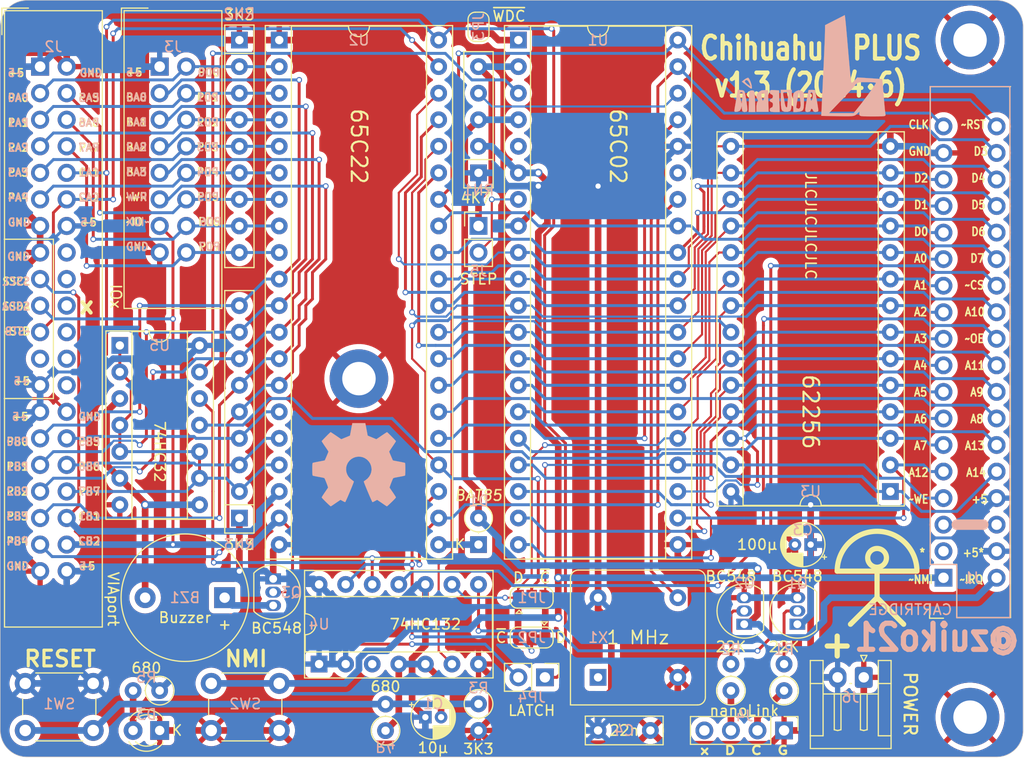
<source format=kicad_pcb>
(kicad_pcb (version 20240108) (generator "pcbnew") (generator_version "8.0")
  (layers (0 "F.Cu" signal) (31 "B.Cu" signal) (34 "B.Paste" user) (35 "F.Paste" user) (36 "B.SilkS" user "B.Silkscreen") (37 "F.SilkS" user "F.Silkscreen") (38 "B.Mask" user) (39 "F.Mask" user) (44 "Edge.Cuts" user))
  (net 0 "")
  (net 1 "GND")
  (net 2 "+5V")
  (net 3 "/CB2")
  (net 4 "/CB1")
  (net 5 "/CA2")
  (net 6 "/CA1")
  (net 7 "/SCLK")
  (net 8 "/~{RST}")
  (net 9 "/~{NMI}")
  (net 10 "/~{IRQ}")
  (net 11 "PB4")
  (net 12 "PB3")
  (net 13 "PB7")
  (net 14 "PB2")
  (net 15 "PB6")
  (net 16 "PB1")
  (net 17 "PB5")
  (net 18 "PB0")
  (net 19 "PA4")
  (net 20 "PA3")
  (net 21 "PA7")
  (net 22 "PA2")
  (net 23 "PA6")
  (net 24 "PA1")
  (net 25 "PA5")
  (net 26 "PA0")
  (net 27 "/VIA_~{CS}")
  (net 28 "/R~{W}")
  (net 29 "/~{WE}")
  (net 30 "/ROM_~{OE}")
  (net 31 "/ROM_~{CS}")
  (net 32 "/MCLK")
  (net 33 "/PHI1")
  (net 34 "/B_NMI")
  (net 35 "/B_IRQ")
  (net 36 "/SERDAT")
  (net 37 "/SERCLK")
  (net 38 "/RDY")
  (net 39 "/~{SO}")
  (net 40 "/SYNC")
  (net 41 "/VIA_CS")
  (net 42 "/PW_LED")
  (net 43 "A2")
  (net 44 "A10")
  (net 45 "A1")
  (net 46 "A0")
  (net 47 "D7")
  (net 48 "D0")
  (net 49 "D6")
  (net 50 "D1")
  (net 51 "D5")
  (net 52 "D2")
  (net 53 "D4")
  (net 54 "D3")
  (net 55 "A14")
  (net 56 "A11")
  (net 57 "A3")
  (net 58 "A12")
  (net 59 "A13")
  (net 60 "A6")
  (net 61 "A8")
  (net 62 "A5")
  (net 63 "A9")
  (net 64 "A4")
  (net 65 "A7")
  (net 66 "A15")
  (net 67 "/U_RST")
  (net 68 "/~{VREQ}")
  (net 69 "/~{VP}")
  (net 70 "/BCB2")
  (net 71 "/BPB7")
  (net 87 "/RST")
  (footprint "Package_TO_SOT_THT:TO-92_Inline" (layer "F.Cu") (at 95.25 83.82 90)
    (property "Reference" "Q1")
    (property "Value" "BC548")
  )
  (footprint "Package_TO_SOT_THT:TO-92_Inline" (layer "F.Cu") (at 90.17 83.82 90)
    (property "Reference" "Q2")
    (property "Value" "BC548")
  )
  (footprint "Resistor_THT:R_Axial_DIN0207_L6.3mm_D2.5mm_P2.54mm_Vertical" (layer "F.Cu") (at 93.98 90.17 90)
    (property "Reference" "R1")
    (property "Value" "22K")
  )
  (footprint "Resistor_THT:R_Axial_DIN0207_L6.3mm_D2.5mm_P2.54mm_Vertical" (layer "F.Cu") (at 88.9 90.17 90)
    (property "Reference" "R2")
    (property "Value" "22K")
  )
  (footprint "Resistor_THT:R_Axial_DIN0207_L6.3mm_D2.5mm_P2.54mm_Vertical" (layer "F.Cu") (at 64.77 91.44 -90)
    (property "Reference" "R3")
    (property "Value" "3K3")
  )
  (footprint "Connector_IDC:IDC-Header_2x08_P2.54mm_Vertical" (layer "F.Cu") (at 34.29 30.48)
    (property "Reference" "J3")
    (property "Value" "IOx")
  )
  (footprint "Connector_PinHeader_2.54mm:PinHeader_1x04_P2.54mm_Vertical" (layer "F.Cu") (at 93.98 93.98 -90)
    (property "Reference" "J4")
    (property "Value" "nanoLink")
  )
  (footprint "Capacitor_THT:C_Rect_L7.2mm_W2.5mm_P5.00mm_FKS2_FKP2_MKS2_MKP2" (layer "F.Cu") (at 76.2 93.98)
    (property "Reference" "C4")
    (property "Value" "22n")
  )
  (footprint "Capacitor_THT:CP_Radial_D4.0mm_P1.50mm" (layer "F.Cu") (at 96.52 76.2 180)
    (property "Reference" "C3")
    (property "Value" "100µ")
  )
  (footprint "Capacitor_THT:CP_Radial_D4.0mm_P1.50mm" (layer "F.Cu") (at 59.69 92.71)
    (property "Reference" "C1")
    (property "Value" "10µ")
  )
  (footprint "Buzzer_Beeper:Buzzer_12x9.5RM7.6" (layer "F.Cu") (at 40.5 81.28 180)
    (property "Reference" "BZ1")
    (property "Value" "Buzzer")
  )
  (footprint "LED_THT:LED_D3.0mm" (layer "F.Cu") (at 34.29 93.98 180)
    (property "Reference" "D3")
    (property "Value" "ON")
  )
  (footprint "Connector_PinSocket_2.54mm:PinSocket_2x18_EDGE" (layer "F.Cu") (at 113.03 82.55 180)
    (property "Reference" "J1")
    (property "Value" "CARTRIDGE")
  )
  (footprint "Connector_IDC:IDC-Header_2x20_P2.54mm_Vertical" (layer "F.Cu") (at 22.86 30.48)
    (property "Reference" "J2")
    (property "Value" "VIAport")
  )
  (footprint "Connector_PinHeader_2.54mm:PinHeader_1x02_P2.54mm_Vertical" (layer "F.Cu") (at 64.77 45.72)
    (property "Reference" "J5")
    (property "Value" "STEP")
  )
  (footprint "Jumper:SolderJumper-3_P1.3mm_Bridged12_RoundedPad1.0x1.5mm" (layer "F.Cu") (at 69.85 85.09 180)
    (property "Reference" "JP2")
    (property "Value" "~{C}")
  )
  (footprint "Jumper:SolderJumper-3_P1.3mm_Bridged12_RoundedPad1.0x1.5mm" (layer "F.Cu") (at 69.85 81.28)
    (property "Reference" "JP1")
    (property "Value" "D")
  )
  (footprint "Resistor_THT:R_Axial_DIN0207_L6.3mm_D2.5mm_P2.54mm_Vertical" (layer "F.Cu") (at 55.88 94 90)
    (property "Reference" "R4")
    (property "Value" "680")
  )
  (footprint "Oscillator:Oscillator_DIP-8" (layer "F.Cu") (at 76.2 88.9)
    (property "Reference" "X1")
    (property "Value" "1 MHz")
  )
  (footprint "Package_DIP:DIP-14_W7.62mm_Socket" (layer "F.Cu") (at 30.48 57.15)
    (property "Reference" "U5")
    (property "Value" "74HC32")
  )
  (footprint "Package_DIP:DIP-14_W7.62mm_Socket" (layer "F.Cu") (at 49.53 87.63 90)
    (property "Reference" "U4")
    (property "Value" "74HC132")
  )
  (footprint "Package_DIP:DIP-28_W15.24mm_Socket" (layer "F.Cu") (at 104.14 71.12 180)
    (property "Reference" "U3")
    (property "Value" "62256")
  )
  (footprint "Package_DIP:DIP-40_W15.24mm_Socket" (layer "F.Cu") (at 45.72 27.94)
    (property "Reference" "U2")
    (property "Value" "65C22")
  )
  (footprint "Package_DIP:DIP-40_W15.24mm_Socket" (layer "F.Cu") (at 68.58 27.94)
    (property "Reference" "U1")
    (property "Value" "65C02")
  )
  (footprint "Resistor_THT:R_Array_SIP5" (layer "F.Cu") (at 64.77 40.64 90)
    (property "Reference" "RN1")
    (property "Value" "4K7")
  )
  (footprint "Button_Switch_THT:SW_PUSH_6mm" (layer "F.Cu") (at 27.94 93.98 180)
    (property "Reference" "SW1")
    (property "Value" "RESET")
  )
  (footprint "Button_Switch_THT:SW_PUSH_6mm" (layer "F.Cu") (at 45.72 93.98 180)
    (property "Reference" "SW2")
    (property "Value" "NMI")
  )
  (footprint "Jumper:SolderJumper-2_P1.3mm_Open_RoundedPad1.0x1.5mm" (layer "F.Cu") (at 64.77 26.67 90)
    (property "Reference" "JP3")
    (property "Value" "~{WDC}")
  )
  (footprint "Resistor_THT:R_Axial_DIN0207_L6.3mm_D2.5mm_P2.54mm_Vertical" (layer "F.Cu") (at 34.29 90.17 180)
    (property "Reference" "R5")
    (property "Value" "680")
  )
  (footprint "Resistor_THT:R_Array_SIP9" (layer "F.Cu") (at 41.91 27.94 -90)
    (property "Reference" "RN2")
    (property "Value" "3K3")
  )
  (footprint "Diode_THT:D_DO-35_SOD27_P2.54mm_Vertical_KathodeUp" (layer "F.Cu") (at 64.77 76.2 90)
    (property "Reference" "D1")
    (property "Value" "BAT85")
  )
  (footprint "Resistor_THT:R_Array_SIP9" (layer "F.Cu") (at 41.91 73.66 90)
    (property "Reference" "RN3")
    (property "Value" "3K3")
  )
  (footprint "Connector_JST:JST_EH_S2B-EH_1x02_P2.50mm_Horizontal" (layer "F.Cu") (at 101.6 88.9 180)
    (property "Reference" "J6")
    (property "Value" "POWER")
  )
  (footprint "Connector_PinHeader_2.54mm:PinHeader_1x02_P2.54mm_Vertical" (layer "F.Cu") (at 71.12 88.9 -90)
    (property "Reference" "JP4")
    (property "Value" "LATCH")
  )
  (footprint "MountingHole:MountingHole_3.2mm_M3_DIN965_Pad" (layer "F.Cu") (at 111.76 27.94)
    (property "Reference" "H1" (hide yes))
    (property "Value" "MountingHole_Pad" (hide yes))
  )
  (footprint "MountingHole:MountingHole_3.2mm_M3_DIN965_Pad" (layer "F.Cu") (at 111.76 92.71)
    (property "Reference" "H2" (hide yes))
    (property "Value" "MountingHole_Pad" (hide yes))
  )
  (footprint "MountingHole:MountingHole_3.2mm_M3_DIN965_Pad" (layer "F.Cu") (at 53.34 60.325)
    (property "Reference" "H3" (hide yes))
    (property "Value" "MountingHole_Pad" (hide yes))
  )
  (footprint "Package_TO_SOT_THT:TO-92_Inline" (layer "F.Cu") (at 45.14 79.48 -90)
    (property "Reference" "Q3")
    (property "Value" "BC548")
  )
  (footprint "durango:jaqueria" (layer "B.Cu") (at 96.52 30.48 180)
    (property "Reference" "LOGO2" (hide yes))
    (property "Value" "Logo_Open_Hardware_Small" (hide yes))
  )
  (footprint "Symbol:OSHW-Symbol_8.9x8mm_SilkScreen" (layer "B.Cu") (at 53.34 68.58 180)
    (property "Reference" "LOGO1" (hide yes))
    (property "Value" "Logo_Open_Hardware_Large" (hide yes))
  )
  (gr_line (start 110.49 74.295) (end 113.03 74.295) (stroke (width 1)) (layer "B.SilkS"))
  (gr_line (start 110.49 83.185) (end 115.57 83.185) (stroke (width 0.12)) (layer "B.SilkS"))
  (gr_line (start 110.49 78.105) (end 110.49 83.185) (stroke (width 0.12)) (layer "B.SilkS"))
  (gr_line (start 115.57 83.185) (end 115.57 32.385) (stroke (width 0.12)) (layer "B.SilkS"))
  (gr_line (start 107.95 78.105) (end 110.49 78.105) (stroke (width 0.12)) (layer "B.SilkS"))
  (gr_line (start 107.95 32.385) (end 107.95 78.105) (stroke (width 0.12)) (layer "B.SilkS"))
  (gr_line (start 115.57 32.385) (end 107.95 32.385) (stroke (width 0.12)) (layer "B.SilkS"))
  (gr_line (start 102.87 81.28) (end 100.33 83.82) (stroke (width 0.5)) (layer "F.SilkS"))
  (gr_line (start 102.87 81.28) (end 105.41 83.82) (stroke (width 0.5)) (layer "F.SilkS"))
  (gr_line (start 19.431 46.99) (end 24.13 46.99) (stroke (width 0.12)) (layer "F.SilkS"))
  (gr_line (start 24.13 46.99) (end 24.13 62.23) (stroke (width 0.12)) (layer "F.SilkS"))
  (gr_line (start 24.13 62.23) (end 19.431 62.23) (stroke (width 0.12)) (layer "F.SilkS"))
  (gr_arc (start 99.06 78.74) (mid 102.87 74.93) (end 106.68 78.74) (stroke (width 0.5)) (layer "F.SilkS"))
  (gr_circle (center 102.87 77.47) (end 103.768026 77.47) (stroke (width 0.5)) (fill none) (layer "F.SilkS"))
  (gr_line (start 99.06 78.74) (end 106.68 78.74) (stroke (width 0.5)) (layer "F.SilkS"))
  (gr_line (start 102.87 78.368026) (end 102.87 81.28) (stroke (width 0.5)) (layer "F.SilkS"))
  (gr_line (start 21.59 24.13) (end 114.3 24.13) (stroke (width 0.05)) (layer "Edge.Cuts"))
  (gr_line (start 116.84 26.67) (end 116.84 93.98) (stroke (width 0.05)) (layer "Edge.Cuts"))
  (gr_line (start 114.3 96.52) (end 21.59 96.52) (stroke (width 0.05)) (layer "Edge.Cuts"))
  (gr_line (start 19.05 93.98) (end 19.05 26.67) (stroke (width 0.05)) (layer "Edge.Cuts"))
  (gr_arc (start 21.59 96.52) (mid 19.793949 95.776051) (end 19.05 93.98) (stroke (width 0.05)) (layer "Edge.Cuts"))
  (gr_arc (start 116.84 93.98) (mid 116.096051 95.776051) (end 114.3 96.52) (stroke (width 0.05)) (layer "Edge.Cuts"))
  (gr_arc (start 114.3 24.13) (mid 116.096051 24.873949) (end 116.84 26.67) (stroke (width 0.05)) (layer "Edge.Cuts"))
  (gr_arc (start 19.05 26.67) (mid 19.793949 24.873949) (end 21.59 24.13) (stroke (width 0.05)) (layer "Edge.Cuts"))
  (gr_text "@zuiko21" (at 108.585 85.09 0) (layer "B.SilkS") (effects (font (size 2.5 2.2) (thickness 0.5)) (justify mirror)))
  (gr_text "GND\n\nSSCL\n\nSSDA\n\n~STB\n\n\n\n+5" (at 21.971 54.61 0) (layer "B.SilkS") (effects (font (size 0.74 0.7)) (justify left mirror)))
  (gr_text "PD0          +5\n\nPD1         BA0\n\nPD2         BA1\n\nPD3         BA2\n\nPD4         BA3\n\nPD5         R~W\n\nPD6         ~IOX\n\nPD7         GND" (at 30.988 39.37 0) (layer "B.SilkS") (effects (font (size 0.74 0.7)) (justify right mirror)))
  (gr_text "GND         +5 \n\nPB5         PB0\n\nPB6         PB1\n\nPB7         PB2\n\nCB1         PB3\n\nCB2         PB4\n\n+5         GND" (at 19.558 71.12 0) (layer "B.SilkS") (effects (font (size 0.74 0.7)) (justify right mirror)))
  (gr_text "GND          +5\n\nPA5         PA0\n\nPA6         PA1\n\nPA7         PA2\n\nCA1         PA3\n\nCA2         PA4\n\n+5         GND" (at 19.685 38.227 0) (layer "B.SilkS") (effects (font (size 0.74 0.7)) (justify right mirror)))
  (gr_text "D" (at 68.58 79.375 0) (layer "F.SilkS") (effects (font (size 1 1))))
  (gr_text "+" (at 99.06 85.725 0) (layer "F.SilkS") (effects (font (size 2.5 2.5) (thickness 0.5))))
  (gr_text "x  D  C  G" (at 90.17 95.885 0) (layer "F.SilkS") (effects (font (size 0.8 1) (thickness 0.2))))
  (gr_text "K" (at 35.941 93.98 0) (layer "F.SilkS") (effects (font (size 1 1))))
  (gr_text "+5          GND\n\nPA0         PA5\n\nPA1         PA6\n\nPA2         PA7\n\nPA3         CA1\n\nPA4         CA2\n\nGND         +5" (at 19.685 38.227 0) (layer "F.SilkS") (effects (font (size 0.74 0.7)) (justify left)))
  (gr_text " +5         GND\n\nPB0         PB5\n\nPB1         PB6\n\nPB2         PB7\n\nPB3         CB1\n\nPB4         CB2\n\nGND         +5" (at 19.558 71.12 0) (layer "F.SilkS") (effects (font (size 0.74 0.7)) (justify left)))
  (gr_text "+5          PD0\n\nBA0         PD1\n\nBA1         PD2\n\nBA2         PD3\n\nBA3         PD4\n\n~WR         PD5\n\n~IO          PD6\n\nGND         PD7" (at 30.988 39.37 0) (layer "F.SilkS") (effects (font (size 0.74 0.7)) (justify left)))
  (gr_text "GND\n\nSSCL\n\nSSDA\n\n~STB\n\n\n\n+5" (at 21.971 54.61 0) (layer "F.SilkS") (effects (font (size 0.74 0.7)) (justify right)))
  (gr_text "x" (at 27.305 53.34 0) (layer "F.SilkS") (effects (font (size 1.5 1.5) (thickness 0.375))))
  (gr_text "JLCJLCJLCJLC" (at 96.52 45.72 270) (layer "F.SilkS") (effects (font (size 1 1))))
  (gr_text "~{C}" (at 66.929 85.09 0) (layer "F.SilkS") (effects (font (size 1 1))))
  (gr_text "Chihuahua PLUS\nv1.3 (2024·6)" (at 96.52 30.48 0) (layer "F.SilkS") (effects (font (size 2.2 1.7) (thickness 0.4))))
  (gr_text "CLK      ~RST\n\nGND        D3\n\n D2        D4\n\n D1        D5\n\n D0        D6\n\n A0        D7\n\n A1       ~CS\n\n A2       A10\n\n A3       ~OE\n\n A4       A11\n\n A5        A9\n\n A6        A8\n\n A7       A13\n\nA12       A14\n\n~WE        +5\n\n\n\n  *       +5*\n\n~NMI     ~IRQ" (at 105.8 57.785 0) (layer "F.SilkS") (effects (font (size 0.795 0.68)) (justify left)))
  (segment (start 19.685 62.23) (end 19.685 62.865) (width 0.635) (layer "F.Cu") (net 1))
  (segment (start 80.400001 94.779999) (end 81.2 93.98) (width 0.635) (layer "F.Cu") (net 1))
  (segment (start 32.55 25.565) (end 26.505 25.565) (width 0.635) (layer "F.Cu") (net 1))
  (segment (start 22.86 45.72) (end 22.86 48.26) (width 0.635) (layer "F.Cu") (net 1))
  (segment (start 38.1 25.565) (end 33.49 25.565) (width 0.635) (layer "F.Cu") (net 1))
  (segment (start 47.155 27.94) (end 49.075 26.02) (width 0.635) (layer "F.Cu") (net 1))
  (segment (start 83.867501 95.297501) (end 84.407499 95.297501) (width 0.635) (layer "F.Cu") (net 1))
  (segment (start 24.13 62.23) (end 20.32 62.23) (width 0.28) (layer "F.Cu") (net 1))
  (segment (start 49.075 26.02) (end 63.922408 26.02) (width 0.635) (layer "F.Cu") (net 1))
  (segment (start 40.475 27.94) (end 38.1 25.565) (width 0.635) (layer "F.Cu") (net 1))
  (segment (start 66.04 95.25) (end 79.93 95.25) (width 0.635) (layer "F.Cu") (net 1))
  (segment (start 83.82 88.9) (end 83.82 94.615) (width 0.635) (layer "F.Cu") (net 1))
  (segment (start 20.32 62.23) (end 19.685 61.595) (width 0.28) (layer "F.Cu") (net 1))
  (segment (start 19.685 62.865) (end 19.685 75.565) (width 0.635) (layer "F.Cu") (net 1))
  (segment (start 79.93 95.25) (end 80.400001 94.779999) (width 0.635) (layer "F.Cu") (net 1))
  (segment (start 83.232501 95.297501) (end 83.867501 95.297501) (width 0.635) (layer "F.Cu") (net 1))
  (segment (start 45.72 27.94) (end 47.155 27.94) (width 0.635) (layer "F.Cu") (net 1))
  (segment (start 26.505 25.565) (end 25.4 26.67) (width 0.635) (layer "F.Cu") (net 1))
  (segment (start 82.517501 95.297501) (end 83.232501 95.297501) (width 0.635) (layer "F.Cu") (net 1))
  (segment (start 64.77 26.02) (end 102.855 26.02) (width 0.635) (layer "F.Cu") (net 1))
  (segment (start 102.855 26.02) (end 104.14 27.305) (width 0.635) (layer "F.Cu") (net 1))
  (segment (start 32.958899 46.928899) (end 32.958899 26.096101) (width 0.635) (layer "F.Cu") (net 1))
  (segment (start 104.14 27.305) (end 104.14 38.1) (width 0.635) (layer "F.Cu") (net 1))
  (segment (start 22.86 45.72) (end 19.685 42.545) (width 0.635) (layer "F.Cu") (net 1))
  (segment (start 83.82 94.710002) (end 83.232501 95.297501) (width 0.635) (layer "F.Cu") (net 1))
  (segment (start 19.685 42.545) (end 19.685 30.48) (width 0.635) (layer "F.Cu") (net 1))
  (segment (start 83.82 94.615) (end 83.82 95.25) (width 0.635) (layer "F.Cu") (net 1))
  (segment (start 34.29 48.26) (end 32.958899 46.928899) (width 0.635) (layer "F.Cu") (net 1))
  (segment (start 83.82 95.25) (end 83.867501 95.297501) (width 0.635) (layer "F.Cu") (net 1))
  (segment (start 21.016101 29.148899) (end 19.685 30.48) (width 0.635) (layer "F.Cu") (net 1))
  (segment (start 63.922408 26.02) (end 64.77 26.02) (width 0.635) (layer "F.Cu") (net 1))
  (segment (start 83.82 94.710002) (end 84.407499 95.297501) (width 0.635) (layer "F.Cu") (net 1))
  (segment (start 41.91 27.94) (end 45.72 27.94) (width 0.635) (layer "F.Cu") (net 1))
  (segment (start 32.958899 26.096101) (end 33.49 25.565) (width 0.635) (layer "F.Cu") (net 1))
  (segment (start 41.91 27.94) (end 40.475 27.94) (width 0.635) (layer "F.Cu") (net 1))
  (segment (start 95.02 76.2) (end 95.02 81.05) (width 0.635) (layer "F.Cu") (net 1))
  (segment (start 83.82 76.2) (end 83.82 77.33137) (width 0.635) (layer "F.Cu") (net 1))
  (segment (start 24.068899 29.148899) (end 21.016101 29.148899) (width 0.635) (layer "F.Cu") (net 1))
  (segment (start 25.4 26.67) (end 25.4 30.48) (width 0.635) (layer "F.Cu") (net 1))
  (segment (start 85.087501 78.598871) (end 85.087501 87.632499) (width 0.635) (layer "F.Cu") (net 1))
  (segment (start 95.02 81.05) (end 95.25 81.28) (width 0.635) (layer "F.Cu") (net 1))
  (segment (start 83.82 94.615) (end 83.82 94.710002) (width 0.635) (layer "F.Cu") (net 1))
  (segment (start 33.49 25.565) (end 32.55 25.565) (width 0.635) (layer "F.Cu") (net 1))
  (segment (start 25.4 30.48) (end 24.068899 29.148899) (width 0.635) (layer "F.Cu") (net 1))
  (segment (start 83.82 77.33137) (end 85.087501 78.598871) (width 0.635) (layer "F.Cu") (net 1))
  (segment (start 93.98 93.98) (end 99.06 93.98) (width 0.635) (layer "F.Cu") (net 1))
  (segment (start 84.407499 95.297501) (end 92.662499 95.297501) (width 0.635) (layer "F.Cu") (net 1))
  (segment (start 19.685 75.565) (end 22.86 78.74) (width 0.635) (layer "F.Cu") (net 1))
  (segment (start 99.06 93.98) (end 101.6 91.44) (width 0.635) (layer "F.Cu") (net 1))
  (segment (start 32.55 25.687202) (end 32.958899 26.096101) (width 0.635) (layer "F.Cu") (net 1))
  (segment (start 101.6 91.44) (end 101.6 88.9) (width 0.635) (layer "F.Cu") (net 1))
  (segment (start 19.685 51.435) (end 22.86 48.26) (width 0.635) (layer "F.Cu") (net 1))
  (segment (start 85.087501 87.632499) (end 84.619999 88.100001) (width 0.635) (layer "F.Cu") (net 1))
  (segment (start 25.4 63.5) (end 24.13 62.23) (width 0.28) (layer "F.Cu") (net 1))
  (segment (start 81.2 93.98) (end 82.517501 95.297501) (width 0.635) (layer "F.Cu") (net 1))
  (segment (start 92.662499 95.297501) (end 93.98 93.98) (width 0.635) (layer "F.Cu") (net 1))
  (segment (start 19.685 61.595) (end 19.685 51.435) (width 0.635) (layer "F.Cu") (net 1))
  (segment (start 32.55 25.565) (end 32.55 25.687202) (width 0.635) (layer "F.Cu") (net 1))
  (segment (start 19.685 62.23) (end 19.685 61.595) (width 0.635) (layer "F.Cu") (net 1))
  (segment (start 84.619999 88.100001) (end 83.82 88.9) (width 0.635) (layer "F.Cu") (net 1))
  (segment (start 64.77 93.98) (end 66.04 95.25) (width 0.635) (layer "F.Cu") (net 1))
  (segment (start 20.32 62.23) (end 19.685 62.23) (width 0.28) (layer "F.Cu") (net 1))
  (segment (start 20.32 62.23) (end 19.685 62.865) (width 0.28) (layer "F.Cu") (net 1))
  (segment (start 66.0375 88.8975) (end 66.0375 92.7125) (width 0.635) (layer "F.Cu") (net 1))
  (segment (start 34.29 93.98) (end 45.72 93.98) (width 0.635) (layer "F.Cu") (net 1))
  (segment (start 47.0075 95.2675) (end 61 95.2675) (width 0.635) (layer "F.Cu") (net 1))
  (segment (start 66.0375 92.7125) (end 64.77 93.98) (width 0.635) (layer "F.Cu") (net 1))
  (segment (start 64.77 87.63) (end 66.0375 88.8975) (width 0.635) (layer "F.Cu") (net 1))
  (segment (start 61.0175 95.25) (end 61 95.2675) (width 0.635) (layer "F.Cu") (net 1))
  (segment (start 64.77 93.98) (end 63.5 95.25) (width 0.635) (layer "F.Cu") (net 1))
  (segment (start 45.72 93.98) (end 47.0075 95.2675) (width 0.635) (layer "F.Cu") (net 1))
  (segment (start 63.5 95.25) (end 61.0175 95.25) (width 0.635) (layer "F.Cu") (net 1))
  (segment (start 95.25 81.28) (end 90.17 81.28) (width 0.635) (layer "B.Cu") (net 1))
  (segment (start 107.315 38.1) (end 107.95 38.735) (width 0.635) (layer "B.Cu") (net 1))
  (segment (start 104.14 38.1) (end 107.315 38.1) (width 0.635) (layer "B.Cu") (net 1))
  (segment (start 107.95 38.735) (end 109.22 38.735) (width 0.635) (layer "B.Cu") (net 1))
  (segment (start 97.615 88.9) (end 99.1 88.9) (width 0.635) (layer "F.Cu") (net 2))
  (segment (start 96.52 87.805) (end 97.615 88.9) (width 0.635) (layer "F.Cu") (net 2))
  (segment (start 96.52 76.2) (end 96.52 87.805) (width 0.635) (layer "F.Cu") (net 2))
  (segment (start 52.3 87.86) (end 52.07 87.63) (width 0.635) (layer "F.Cu") (net 2))
  (segment (start 76.2 91.44) (end 76.2 93.98) (width 0.635) (layer "F.Cu") (net 2))
  (segment (start 77.467501 90.172499) (end 76.2 91.44) (width 0.635) (layer "F.Cu") (net 2))
  (segment (start 76.2 81.28) (end 76.2 82.41137) (width 0.635) (layer "F.Cu") (net 2))
  (segment (start 76.2 82.41137) (end 77.467501 83.678871) (width 0.635) (layer "F.Cu") (net 2))
  (segment (start 77.467501 83.678871) (end 77.467501 90.172499) (width 0.635) (layer "F.Cu") (net 2))
  (segment (start 41.91 73.66) (end 41.91 78.74) (width 0.635) (layer "F.Cu") (net 2))
  (segment (start 76.2 81.28) (end 76.2 41.91) (width 0.635) (layer "F.Cu") (net 2))
  (segment (start 96.52 72.39) (end 96.52 76.2) (width 0.635) (layer "F.Cu") (net 2))
  (segment (start 59.69 85.837484) (end 58.42 87.107484) (width 0.635) (layer "F.Cu") (net 2))
  (segment (start 45.14 76.78) (end 45.72 76.2) (width 0.635) (layer "F.Cu") (net 2))
  (segment (start 58.42 87.107484) (end 58.42 91.44) (width 0.635) (layer "F.Cu") (net 2))
  (segment (start 45.14 79.48) (end 45.14 76.78) (width 0.635) (layer "F.Cu") (net 2))
  (segment (start 59.69 92.71) (end 58.42 91.44) (width 0.635) (layer "F.Cu") (net 2))
  (segment (start 59.69 80.01) (end 59.69 85.837484) (width 0.635) (layer "F.Cu") (net 2))
  (segment (start 70.485 43.815) (end 68.58 45.72) (width 0.635) (layer "F.Cu") (net 2))
  (segment (start 70.485 41.91) (end 70.485 43.815) (width 0.635) (layer "F.Cu") (net 2))
  (via (at 76.2 41.91) (size 0.8) (drill 0.5) (layers "F.Cu" "B.Cu") (net 2))
  (via (at 41.91 78.74) (size 0.8) (drill 0.5) (layers "F.Cu" "B.Cu") (net 2))
  (via (at 70.485 41.91) (size 0.8) (drill 0.5) (layers "F.Cu" "B.Cu") (net 2))
  (via (at 96.52 72.39) (size 0.8) (drill 0.5) (layers "F.Cu" "B.Cu") (net 2))
  (segment (start 24.191101 29.148899) (end 31.460299 29.148899) (width 0.635) (layer "B.Cu") (net 2))
  (segment (start 25.4 80.645) (end 21.59 80.645) (width 0.635) (layer "B.Cu") (net 2))
  (segment (start 19.685 46.355) (end 19.685 32.1564) (width 0.635) (layer "B.Cu") (net 2))
  (segment (start 25.4 80.645) (end 25.4 86.94) (width 0.635) (layer "B.Cu") (net 2))
  (segment (start 22.86 30.48) (end 24.191101 29.148899) (width 0.635) (layer "B.Cu") (net 2))
  (segment (start 21.59 80.645) (end 19.685 78.74) (width 0.635) (layer "B.Cu") (net 2))
  (segment (start 20.32 46.99) (end 19.685 46.355) (width 0.28) (layer "B.Cu") (net 2))
  (segment (start 28.939999 88.480001) (end 27.94 89.48) (width 0.635) (layer "B.Cu") (net 2))
  (segment (start 25.4 78.74) (end 25.4 80.645) (width 0.635) (layer "B.Cu") (net 2))
  (segment (start 19.685 66.675) (end 22.86 63.5) (width 0.635) (layer "B.Cu") (net 2))
  (segment (start 34.29 90.17) (end 32.600001 88.480001) (width 0.635) (layer "B.Cu") (net 2))
  (segment (start 31.460299 29.148899) (end 32.7914 30.48) (width 0.635) (layer "B.Cu") (net 2))
  (segment (start 32.600001 88.480001) (end 28.939999 88.480001) (width 0.635) (layer "B.Cu") (net 2))
  (segment (start 19.685 32.1564) (end 21.3614 30.48) (width 0.635) (layer "B.Cu") (net 2))
  (segment (start 32.7914 30.48) (end 34.29 30.48) (width 0.635) (layer "B.Cu") (net 2))
  (segment (start 25.4 45.72) (end 24.13 46.99) (width 0.28) (layer "B.Cu") (net 2))
  (segment (start 21.3614 30.48) (end 22.86 30.48) (width 0.635) (layer "B.Cu") (net 2))
  (segment (start 27.94 89.48) (end 21.44 89.48) (width 0.635) (layer "B.Cu") (net 2))
  (segment (start 19.685 78.74) (end 19.685 66.675) (width 0.635) (layer "B.Cu") (net 2))
  (segment (start 22.86 60.96) (end 19.685 57.785) (width 0.635) (layer "B.Cu") (net 2))
  (segment (start 25.4 86.94) (end 27.94 89.48) (width 0.635) (layer "B.Cu") (net 2))
  (segment (start 96.52 76.2) (end 97.79 76.2) (width 0.635) (layer "B.Cu") (net 2))
  (segment (start 26.035 59.69) (end 28.575 59.69) (width 0.635) (layer "B.Cu") (net 2))
  (segment (start 28.575 59.69) (end 29.845 58.42) (width 0.635) (layer "B.Cu") (net 2))
  (segment (start 29.845 58.42) (end 36.83 58.42) (width 0.635) (layer "B.Cu") (net 2))
  (segment (start 36.83 58.42) (end 38.1 57.15) (width 0.635) (layer "B.Cu") (net 2))
  (segment (start 24.13 59.69) (end 26.035 59.69) (width 0.28) (layer "B.Cu") (net 2))
  (segment (start 22.86 60.96) (end 24.13 59.69) (width 0.28) (layer "B.Cu") (net 2))
  (segment (start 76.2 93.98) (end 66.645902 93.98) (width 0.635) (layer "B.Cu") (net 2))
  (segment (start 66.645902 93.98) (end 65.378401 95.247501) (width 0.635) (layer "B.Cu") (net 2))
  (segment (start 65.378401 95.247501) (end 60.992501 95.247501) (width 0.635) (layer "B.Cu") (net 2))
  (segment (start 60.992501 95.247501) (end 59.69 93.945) (width 0.635) (layer "B.Cu") (net 2))
  (segment (start 76.97363 92.075) (end 94.44 92.075) (width 0.635) (layer "B.Cu") (net 2))
  (segment (start 94.44 92.075) (end 97.615 88.9) (width 0.635) (layer "B.Cu") (net 2))
  (segment (start 97.615 88.9) (end 99.1 88.9) (width 0.635) (layer "B.Cu") (net 2))
  (segment (start 76.2 93.98) (end 76.2 92.84863) (width 0.635) (layer "B.Cu") (net 2))
  (segment (start 76.2 92.84863) (end 76.97363 92.075) (width 0.635) (layer "B.Cu") (net 2))
  (segment (start 25.4 78.74) (end 41.91 78.74) (width 0.635) (layer "B.Cu") (net 2))
  (segment (start 22.86 63.5) (end 22.86 60.96) (width 0.635) (layer "B.Cu") (net 2))
  (segment (start 19.685 57.785) (end 19.685 47.625) (width 0.635) (layer "B.Cu") (net 2))
  (segment (start 19.685 47.625) (end 19.685 46.99) (width 0.635) (layer "B.Cu") (net 2))
  (segment (start 20.32 46.99) (end 19.685 47.625) (width 0.28) (layer "B.Cu") (net 2))
  (segment (start 20.32 46.99) (end 19.685 46.99) (width 0.28) (layer "B.Cu") (net 2))
  (segment (start 24.13 46.99) (end 20.32 46.99) (width 0.28) (layer "B.Cu") (net 2))
  (segment (start 19.685 46.99) (end 19.685 46.355) (width 0.635) (layer "B.Cu") (net 2))
  (segment (start 50.8 82.55) (end 50.8 81.28) (width 0.635) (layer "B.Cu") (net 2))
  (segment (start 110.49 75.565) (end 111.125 76.2) (width 0.635) (layer "B.Cu") (net 2))
  (segment (start 50.8 81.28) (end 50.165 80.645) (width 0.635) (layer "B.Cu") (net 2))
  (segment (start 51.435 83.185) (end 55.767516 83.185) (width 0.635) (layer "B.Cu") (net 2))
  (segment (start 80.01 41.91) (end 83.82 38.1) (width 0.635) (layer "B.Cu") (net 2))
  (segment (start 111.125 74.93) (end 111.125 76.2) (width 0.635) (layer "B.Cu") (net 2))
  (segment (start 50.8 83.82) (end 50.8 87.63) (width 0.635) (layer "B.Cu") (net 2))
  (segment (start 67.475 41.91) (end 66.205 40.64) (width 0.635) (layer "B.Cu") (net 2))
  (segment (start 114.3 71.755) (end 111.125 74.93) (width 0.635) (layer "B.Cu") (net 2))
  (segment (start 45.14 79.48) (end 49 79.48) (width 0.635) (layer "B.Cu") (net 2))
  (segment (start 41.91 78.74) (end 44.4 78.74) (width 0.635) (layer "B.Cu") (net 2))
  (segment (start 111.125 74.93) (end 110.49 75.565) (width 0.635) (layer "B.Cu") (net 2))
  (segment (start 90.17 72.39) (end 96.52 72.39) (width 0.635) (layer "B.Cu") (net 2))
  (segment (start 59.69 93.945) (end 59.69 92.71) (width 0.635) (layer "B.Cu") (net 2))
  (segment (start 50.8 83.82) (end 50.8 83.475) (width 0.635) (layer "B.Cu") (net 2))
  (segment (start 111.76 76.835) (end 114.3 76.835) (width 0.635) (layer "B.Cu") (net 2))
  (segment (start 88.9 71.12) (end 90.17 72.39) (width 0.635) (layer "B.Cu") (net 2))
  (segment (start 70.485 41.91) (end 80.01 41.91) (width 0.635) (layer "B.Cu") (net 2))
  (segment (start 34.29 90.17) (end 41.4475 83.0125) (width 0.635) (layer "B.Cu") (net 2))
  (segment (start 66.205 40.64) (end 64.77 40.64) (width 0.635) (layer "B.Cu") (net 2))
  (segment (start 52.07 87.63) (end 49.53 87.63) (width 0.635) (layer "B.Cu") (net 2))
  (segment (start 107.315 76.2) (end 107.95 75.565) (width 0.635) (layer "B.Cu") (net 2))
  (segment (start 44.4 78.74) (end 45.14 79.48) (width 0.635) (layer "B.Cu") (net 2))
  (segment (start 49 79.48) (end 49.53 80.01) (width 0.635) (layer "B.Cu") (net 2))
  (segment (start 50.8 82.55) (end 50.8 83.185) (width 0.635) (layer "B.Cu") (net 2))
  (segment (start 50.8 83.185) (end 51.435 83.185) (width 0.635) (layer "B.Cu") (net 2))
  (segment (start 97.79 76.2) (end 107.315 76.2) (width 0.635) (layer "B.Cu") (net 2))
  (segment (start 41.4475 83.0125) (end 50.8 83.0125) (width 0.635) (layer "B.Cu") (net 2))
  (segment (start 50.165 80.645) (end 49.53 80.01) (width 0.635) (layer "B.Cu") (net 2))
  (segment (start 50.8 83.82) (end 50.8 83.6475) (width 0.635) (layer "B.Cu") (net 2))
  (segment (start 50.8 83.185) (end 50.8 83.82) (width 0.635) (layer "B.Cu") (net 2))
  (segment (start 111.125 76.2) (end 111.76 76.835) (width 0.635) (layer "B.Cu") (net 2))
  (segment (start 58.942516 80.01) (end 59.69 80.01) (width 0.635) (layer "B.Cu") (net 2))
  (segment (start 70.485 41.91) (end 67.475 41.91) (width 0.635) (layer "B.Cu") (net 2))
  (segment (start 107.95 75.565) (end 110.49 75.565) (width 0.28) (layer "B.Cu") (net 2))
  (segment (start 55.767516 83.185) (end 58.942516 80.01) (width 0.635) (layer "B.Cu") (net 2))
  (segment (start 46.99 74.93) (end 45.72 73.66) (width 0.28) (layer "F.Cu") (net 3))
  (segment (start 47.625 85.725) (end 46.99 85.09) (width 0.28) (layer "F.Cu") (net 3))
  (segment (start 58.42 85.725) (end 47.625 85.725) (width 0.28) (layer "F.Cu") (net 3))
  (segment (start 46.75 80.74) (end 46.75 80.76) (width 0.2) (layer "F.Cu") (net 3))
  (segment (start 35.56 54.61) (end 35.56 46.99) (width 0.28) (layer "F.Cu") (net 3))
  (segment (start 46.75 80.76) (end 46.99 81) (width 0.2) (layer "F.Cu") (net 3))
  (segment (start 46.99 80.75) (end 46.99 80.5) (width 0.28) (layer "F.Cu") (net 3))
  (segment (start 46.75 80.75) (end 46.99 80.75) (width 0.2) (layer "F.Cu") (net 3))
  (segment (start 46.99 81) (end 46.99 80.75) (width 0.28) (layer "F.Cu") (net 3))
  (segment (start 46.99 80.5) (end 46.99 74.93) (width 0.28) (layer "F.Cu") (net 3))
  (segment (start 45.14 80.75) (end 46.75 80.75) (width 0.2) (layer "F.Cu") (net 3))
  (segment (start 35.56 54.61) (end 35.56 76.2) (width 0.28) (layer "F.Cu") (net 3))
  (segment (start 46.75 80.74) (end 46.99 80.5) (width 0.2) (layer "F.Cu") (net 3))
  (segment (start 46.75 80.75) (end 46.75 80.74) (width 0.2) (layer "F.Cu") (net 3))
  (segment (start 35.56 46.99) (end 34.29 45.72) (width 0.28) (layer "F.Cu") (net 3))
  (segment (start 46.99 85.09) (end 46.99 81) (width 0.28) (layer "F.Cu") (net 3))
  (via (at 58.42 85.725) (size 0.55) (drill 0.35) (layers "F.Cu" "B.Cu") (net 3))
  (via (at 35.56 76.2) (size 0.55) (drill 0.35) (layers "F.Cu" "B.Cu") (net 3))
  (via (at 35.56 54.61) (size 0.55) (drill 0.35) (layers "F.Cu" "B.Cu") (net 3))
  (segment (start 65.405 85.725) (end 58.42 85.725) (width 0.28) (layer "B.Cu") (net 3))
  (segment (start 67.730001 88.050001) (end 65.405 85.725) (width 0.28) (layer "B.Cu") (net 3))
  (segment (start 68.58 88.9) (end 67.730001 88.050001) (width 0.28) (layer "B.Cu") (net 3))
  (segment (start 22.86 53.34) (end 24.13 54.61) (width 0.28) (layer "B.Cu") (net 3))
  (segment (start 43.18 76.2) (end 45.72 73.66) (width 0.635) (layer "B.Cu") (net 3))
  (segment (start 25.4 76.2) (end 33.02 76.2) (width 0.635) (layer "B.Cu") (net 3))
  (segment (start 26.67 54.61) (end 35.56 54.61) (width 0.28) (layer "B.Cu") (net 3))
  (segment (start 33.02 76.2) (end 35.56 76.2) (width 0.635) (layer "B.Cu") (net 3))
  (segment (start 24.13 54.61) (end 26.67 54.61) (width 0.28) (layer "B.Cu") (net 3))
  (segment (start 35.56 76.2) (end 43.18 76.2) (width 0.635) (layer "B.Cu") (net 3))
  (segment (start 26.553601 52.786271) (end 26.553601 52.588601) (width 0.28) (layer "F.Cu") (net 4))
  (segment (start 26.553601 52.588601) (end 26.035 52.07) (width 0.28) (layer "F.Cu") (net 4))
  (segment (start 26.553601 52.786271) (end 26.553601 72.506399) (width 0.28) (layer "F.Cu") (net 4))
  (segment (start 26.553601 72.506399) (end 26.263599 72.796401) (width 0.28) (layer "F.Cu") (net 4))
  (segment (start 26.263599 72.796401) (end 25.4 73.66) (width 0.28) (layer "F.Cu") (net 4))
  (via (at 26.035 52.07) (size 0.55) (drill 0.35) (layers "F.Cu" "B.Cu") (net 4))
  (segment (start 26.035 52.07) (end 24.13 52.07) (width 0.28) (layer "B.Cu") (net 4))
  (segment (start 24.13 52.07) (end 22.86 50.8) (width 0.28) (layer "B.Cu") (net 4))
  (segment (start 43.815 74.196502) (end 43.815 73.025) (width 0.635) (layer "B.Cu") (net 4))
  (segment (start 43.815 73.025) (end 45.72 71.12) (width 0.635) (layer "B.Cu") (net 4))
  (segment (start 25.4 73.66) (end 26.667501 74.927501) (width 0.635) (layer "B.Cu") (net 4))
  (segment (start 26.667501 74.927501) (end 43.084001 74.927501) (width 0.635) (layer "B.Cu") (net 4))
  (segment (start 43.084001 74.927501) (end 43.815 74.196502) (width 0.635) (layer "B.Cu") (net 4))
  (segment (start 58.42 27.94) (end 60.96 30.48) (width 0.28) (layer "F.Cu") (net 5))
  (segment (start 29.845 43.18) (end 29.845 27.305) (width 0.28) (layer "F.Cu") (net 5))
  (segment (start 24.13 54.61) (end 24.13 44.45) (width 0.28) (layer "F.Cu") (net 5))
  (segment (start 24.13 44.45) (end 25.4 43.18) (width 0.28) (layer "F.Cu") (net 5))
  (segment (start 22.86 55.88) (end 24.13 54.61) (width 0.28) (layer "F.Cu") (net 5))
  (via (at 58.42 27.94) (size 0.55) (drill 0.35) (layers "F.Cu" "B.Cu") (net 5))
  (via (at 29.845 27.305) (size 0.55) (drill 0.35) (layers "F.Cu" "B.Cu") (net 5))
  (via (at 29.845 43.18) (size 0.55) (drill 0.35) (layers "F.Cu" "B.Cu") (net 5))
  (segment (start 44.687999 26.849999) (end 57.329999 26.849999) (width 0.28) (layer "B.Cu") (net 5))
  (segment (start 57.329999 26.849999) (end 58.42 27.94) (width 0.28) (layer "B.Cu") (net 5))
  (segment (start 29.845 27.305) (end 30.300001 26.849999) (width 0.28) (layer "B.Cu") (net 5))
  (segment (start 30.300001 26.849999) (end 44.687999 26.849999) (width 0.28) (layer "B.Cu") (net 5))
  (segment (start 29.845 43.18) (end 29.845 43.18) (width 0.28) (layer "B.Cu") (net 5))
  (segment (start 25.4 43.18) (end 29.845 43.18) (width 0.28) (layer "B.Cu") (net 5))
  (segment (start 29.21 30.48) (end 29.21 26.67) (width 0.28) (layer "F.Cu") (net 6))
  (segment (start 29.21 58.002002) (end 29.21 30.48) (width 0.28) (layer "F.Cu") (net 6))
  (segment (start 29.21 40.64) (end 29.21 58.002002) (width 0.28) (layer "F.Cu") (net 6))
  (segment (start 72.25 88.9) (end 71.12 88.9) (width 0.28) (layer "F.Cu") (net 6))
  (segment (start 71.96 27.054999) (end 71.755 26.849999) (width 0.28) (layer "F.Cu") (net 6))
  (segment (start 71.96 45.739135) (end 71.96 27.054999) (width 0.28) (layer "F.Cu") (net 6))
  (segment (start 71.0925 64.518366) (end 71.0925 46.606634) (width 0.28) (layer "F.Cu") (net 6))
  (segment (start 72.32 88.83) (end 73.08 88.07) (width 0.28) (layer "F.Cu") (net 6))
  (segment (start 73.08 66.505866) (end 71.0925 64.518366) (width 0.28) (layer "F.Cu") (net 6))
  (segment (start 72.32 88.83) (end 72.25 88.9) (width 0.28) (layer "F.Cu") (net 6))
  (segment (start 71.549567 46.149567) (end 71.604135 46.095) (width 0.28) (layer "F.Cu") (net 6))
  (segment (start 73.08 88.07) (end 73.08 66.505866) (width 0.28) (layer "F.Cu") (net 6))
  (segment (start 71.0925 46.606634) (end 71.549567 46.149567) (width 0.28) (layer "F.Cu") (net 6))
  (segment (start 71.604135 46.095) (end 71.96 45.739135) (width 0.28) (layer "F.Cu") (net 6))
  (via (at 29.21 26.67) (size 0.55) (drill 0.35) (layers "F.Cu" "B.Cu") (net 6))
  (via (at 29.21 40.64) (size 0.55) (drill 0.35) (layers "F.Cu" "B.Cu") (net 6))
  (via (at 71.755 26.849999) (size 0.55) (drill 0.35) (layers "F.Cu" "B.Cu") (net 6))
  (segment (start 60.96 27.94) (end 59.055 26.035) (width 0.28) (layer "B.Cu") (net 6))
  (segment (start 59.055 26.035) (end 29.845 26.035) (width 0.28) (layer "B.Cu") (net 6))
  (segment (start 29.845 26.035) (end 29.21 26.67) (width 0.28) (layer "B.Cu") (net 6))
  (segment (start 25.4 40.64) (end 29.21 40.64) (width 0.28) (layer "B.Cu") (net 6))
  (segment (start 60.96 27.94) (end 62.050001 26.849999) (width 0.28) (layer "B.Cu") (net 6))
  (segment (start 62.050001 26.849999) (end 70.029999 26.849999) (width 0.28) (layer "B.Cu") (net 6))
  (segment (start 70.029999 26.849999) (end 71.755 26.849999) (width 0.28) (layer "B.Cu") (net 6))
  (segment (start 81.915 43.815) (end 81.915 32.385) (width 0.28) (layer "F.Cu") (net 7))
  (segment (start 80.645 45.085) (end 81.915 43.815) (width 0.28) (layer "F.Cu") (net 7))
  (segment (start 80.645 66.04) (end 80.645 45.085) (width 0.28) (layer "F.Cu") (net 7))
  (segment (start 81.915 32.385) (end 83.82 30.48) (width 0.28) (layer "F.Cu") (net 7))
  (via (at 80.645 66.04) (size 0.55) (drill 0.35) (layers "F.Cu" "B.Cu") (net 7))
  (segment (start 62.23 66.04) (end 60.96 66.04) (width 0.28) (layer "B.Cu") (net 7))
  (segment (start 63.5 64.77) (end 62.23 66.04) (width 0.28) (layer "B.Cu") (net 7))
  (segment (start 69.85 64.77) (end 63.5 64.77) (width 0.28) (layer "B.Cu") (net 7))
  (segment (start 71.12 66.04) (end 69.85 64.77) (width 0.28) (layer "B.Cu") (net 7))
  (segment (start 80.645 66.04) (end 71.12 66.04) (width 0.28) (layer "B.Cu") (net 7))
  (segment (start 88.265 34.925) (end 83.82 30.48) (width 0.28) (layer "B.Cu") (net 7))
  (segment (start 107.315 34.925) (end 107.95 34.925) (width 0.28) (layer "B.Cu") (net 7))
  (segment (start 107.315 34.925) (end 88.265 34.925) (width 0.28) (layer "B.Cu") (net 7))
  (segment (start 107.95 34.925) (end 109.22 36.195) (width 0.28) (layer "B.Cu") (net 7))
  (segment (start 60.96 78.105) (end 60.96 86.36) (width 0.2) (layer "F.Cu") (net 8))
  (segment (start 60.96 86.36) (end 62.23 87.63) (width 0.2) (layer "F.Cu") (net 8))
  (segment (start 62.23 76.835) (end 60.96 78.105) (width 0.2) (layer "F.Cu") (net 8))
  (segment (start 62.23 76.2) (end 62.23 76.835) (width 0.2) (layer "F.Cu") (net 8))
  (segment (start 62.23 76.2) (end 62.23 44.45) (width 0.28) (layer "F.Cu") (net 8))
  (segment (start 62.23 44.45) (end 60.96 43.18) (width 0.28) (layer "F.Cu") (net 8))
  (segment (start 62.23 41.91) (end 62.23 36.486798) (width 0.28) (layer "F.Cu") (net 8))
  (segment (start 62.23 36.486798) (end 62.865 35.851798) (width 0.28) (layer "F.Cu") (net 8))
  (segment (start 62.865 35.851798) (end 62.865 29.21) (width 0.28) (layer "F.Cu") (net 8))
  (segment (start 60.96 43.18) (end 62.23 41.91) (width 0.28) (layer "F.Cu") (net 8))
  (via (at 62.865 29.21) (size 0.55) (drill 0.35) (layers "F.Cu" "B.Cu") (net 8))
  (segment (start 62.865 29.21) (end 82.55 29.21) (width 0.28) (layer "B.Cu") (net 8))
  (segment (start 82.55 29.21) (end 83.82 27.94) (width 0.28) (layer "B.Cu") (net 8))
  (segment (start 89.535 33.655) (end 83.82 27.94) (width 0.28) (layer "B.Cu") (net 8))
  (segment (start 114.3 36.195) (end 113.450001 35.345001) (width 0.2) (layer "B.Cu") (net 8))
  (segment (start 111.76 33.655) (end 89.535 33.655) (width 0.28) (layer "B.Cu") (net 8))
  (segment (start 113.450001 35.345001) (end 111.76 33.655) (width 0.2) (layer "B.Cu") (net 8))
  (segment (start 72.39 79.375) (end 72.39 83.185) (width 0.635) (layer "F.Cu") (net 9))
  (segment (start 70.485 64.77) (end 70.485 46.355) (width 0.635) (layer "F.Cu") (net 9))
  (segment (start 72.39 67.31) (end 72.39 79.375) (width 0.635) (layer "F.Cu") (net 9))
  (segment (start 72.39 67.31) (end 72.39 66.675) (width 0.635) (layer "F.Cu") (net 9))
  (segment (start 72.39 66.675) (end 70.485 64.77) (width 0.635) (layer "F.Cu") (net 9))
  (segment (start 71.3525 41.5075) (end 71.3525 45.4875) (width 0.635) (layer "F.Cu") (net 9))
  (segment (start 71.3525 45.4875) (end 70.485 46.355) (width 0.635) (layer "F.Cu") (net 9))
  (segment (start 70.485 40.64) (end 71.3525 41.5075) (width 0.635) (layer "F.Cu") (net 9))
  (via (at 72.39 83.185) (size 0.8) (drill 0.5) (layers "F.Cu" "B.Cu") (net 9))
  (via (at 72.39 79.375) (size 0.8) (drill 0.5) (layers "F.Cu" "B.Cu") (net 9))
  (via (at 70.485 40.64) (size 0.8) (drill 0.5) (layers "F.Cu" "B.Cu") (net 9))
  (segment (start 72.39 79.375) (end 89.535 79.375) (width 0.635) (layer "B.Cu") (net 9))
  (segment (start 64.77 38.1) (end 66.04 38.1) (width 0.635) (layer "B.Cu") (net 9))
  (segment (start 66.04 38.1) (end 68.58 40.64) (width 0.635) (layer "B.Cu") (net 9))
  (segment (start 68.58 40.64) (end 70.485 40.64) (width 0.635) (layer "B.Cu") (net 9))
  (segment (start 96.52 80.01) (end 95.885 79.375) (width 0.635) (layer "B.Cu") (net 9))
  (segment (start 52.012516 89.48) (end 53.3425 88.150016) (width 0.635) (layer "B.Cu") (net 9))
  (segment (start 53.3425 88.150016) (end 53.3425 87.104984) (width 0.635) (layer "B.Cu") (net 9))
  (segment (start 96.52 82.908607) (end 96.52 80.01) (width 0.635) (layer "B.Cu") (net 9))
  (segment (start 63.892449 84.282497) (end 64.989946 83.185) (width 0.635) (layer "B.Cu") (net 9))
  (segment (start 96.52 79.375) (end 97.155 79.375) (width 0.635) (layer "B.Cu") (net 9))
  (segment (start 56.032443 86.3625) (end 58.112446 84.282497) (width 0.635) (layer "B.Cu") (net 9))
  (segment (start 96.52 80.01) (end 96.52 79.375) (width 0.635) (layer "B.Cu") (net 9))
  (segment (start 53.3425 87.104984) (end 54.084984 86.3625) (width 0.635) (layer "B.Cu") (net 9))
  (segment (start 45.72 89.48) (end 52.012516 89.48) (width 0.635) (layer "B.Cu") (net 9))
  (segment (start 45.72 89.48) (end 39.22 89.48) (width 0.635) (layer "B.Cu") (net 9))
  (segment (start 96.52 80.01) (end 97.155 79.375) (width 0.635) (layer "B.Cu") (net 9))
  (segment (start 97.155 79.375) (end 103.505 79.375) (width 0.635) (layer "B.Cu") (net 9))
  (segment (start 58.112446 84.282497) (end 63.892449 84.282497) (width 0.635) (layer "B.Cu") (net 9))
  (segment (start 95.608607 83.82) (end 96.52 82.908607) (width 0.635) (layer "B.Cu") (net 9))
  (segment (start 105.41 79.375) (end 109.22 79.375) (width 0.635) (layer "B.Cu") (net 9))
  (segment (start 89.535 79.375) (end 95.885 79.375) (width 0.635) (layer "B.Cu") (net 9))
  (segment (start 64.989946 83.185) (end 72.39 83.185) (width 0.635) (layer "B.Cu") (net 9))
  (segment (start 95.25 83.82) (end 95.608607 83.82) (width 0.635) (layer "B.Cu") (net 9))
  (segment (start 95.885 79.375) (end 96.52 79.375) (width 0.635) (layer "B.Cu") (net 9))
  (segment (start 103.505 79.375) (end 105.41 79.375) (width 0.635) (layer "B.Cu") (net 9))
  (segment (start 54.084984 86.3625) (end 56.032443 86.3625) (width 0.635) (layer "B.Cu") (net 9))
  (segment (start 91.44 78.5075) (end 91.44 82.908621) (width 0.635) (layer "F.Cu") (net 10))
  (segment (start 91.44 82.908621) (end 90.528621 83.82) (width 0.635) (layer "F.Cu") (net 10))
  (segment (start 90.528621 83.82) (end 90.17 83.82) (width 0.635) (layer "F.Cu") (net 10))
  (segment (start 64.77 35.56) (end 63.452499 36.877501) (width 0.635) (layer "F.Cu") (net 10))
  (segment (start 63.452499 69.802499) (end 64.77 71.12) (width 0.635) (layer "F.Cu") (net 10))
  (segment (start 63.452499 36.877501) (end 63.452499 69.802499) (width 0.635) (layer "F.Cu") (net 10))
  (segment (start 64.77 71.12) (end 64.77 73.66) (width 0.635) (layer "F.Cu") (net 10))
  (via (at 91.44 78.5075) (size 0.8) (drill 0.5) (layers "F.Cu" "B.Cu") (net 10))
  (segment (start 86.638599 78.212501) (end 91.145001 78.212501) (width 0.635) (layer "B.Cu") (net 10))
  (segment (start 91.145001 78.212501) (end 91.44 78.5075) (width 0.635) (layer "B.Cu") (net 10))
  (segment (start 66.675 75.565) (end 66.675 76.170902) (width 0.635) (layer "B.Cu") (net 10))
  (segment (start 68.716599 78.212501) (end 86.638599 78.212501) (width 0.635) (layer "B.Cu") (net 10))
  (segment (start 66.675 76.170902) (end 68.716599 78.212501) (width 0.635) (layer "B.Cu") (net 10))
  (segment (start 64.77 73.66) (end 66.675 75.565) (width 0.635) (layer "B.Cu") (net 10))
  (segment (start 64.77 35.56) (end 68.58 35.56) (width 0.635) (layer "B.Cu") (net 10))
  (segment (start 97.79 81.915) (end 98.425 81.28) (width 0.635) (layer "B.Cu") (net 10))
  (segment (start 90.17 83.82) (end 91.555 83.82) (width 0.635) (layer "B.Cu") (net 10))
  (segment (start 97.79 83.49) (end 97.79 81.915) (width 0.635) (layer "B.Cu") (net 10))
  (segment (start 91.555 83.82) (end 92.825 85.09) (width 0.635) (layer "B.Cu") (net 10))
  (segment (start 96.19 85.09) (end 97.79 83.49) (width 0.635) (layer "B.Cu") (net 10))
  (segment (start 92.825 85.09) (end 96.19 85.09) (width 0.635) (layer "B.Cu") (net 10))
  (segment (start 112.395 81.28) (end 114.3 79.375) (width 0.635) (layer "B.Cu") (net 10))
  (segment (start 98.425 81.28) (end 112.395 81.28) (width 0.635) (layer "B.Cu") (net 10))
  (segment (start 41.91 63.5) (end 40.819999 64.590001) (width 0.28) (layer "F.Cu") (net 11))
  (segment (start 40.819999 64.590001) (end 40.819999 76.127501) (width 0.28) (layer "F.Cu") (net 11))
  (segment (start 40.819999 76.127501) (end 40.005 76.9425) (width 0.28) (layer "F.Cu") (net 11))
  (segment (start 50.165 48.895) (end 50.165 41.91) (width 0.28) (layer "F.Cu") (net 11))
  (segment (start 46.99 59.69) (end 46.99 57.785) (width 0.28) (layer "F.Cu") (net 11))
  (segment (start 46.99 57.785) (end 47.625 57.15) (width 0.28) (layer "F.Cu") (net 11))
  (segment (start 47.625 55.245) (end 48.26 54.61) (width 0.28) (layer "F.Cu") (net 11))
  (segment (start 48.895 50.165) (end 50.165 48.895) (width 0.28) (layer "F.Cu") (net 11))
  (segment (start 48.26 53.34) (end 48.895 52.705) (width 0.28) (layer "F.Cu") (net 11))
  (segment (start 48.895 52.705) (end 48.895 50.165) (width 0.28) (layer "F.Cu") (net 11))
  (segment (start 45.72 60.96) (end 46.99 59.69) (width 0.28) (layer "F.Cu") (net 11))
  (segment (start 47.625 57.15) (end 47.625 55.245) (width 0.28) (layer "F.Cu") (net 11))
  (segment (start 48.26 54.61) (end 48.26 53.34) (width 0.28) (layer "F.Cu") (net 11))
  (via (at 40.005 76.9425) (size 0.55) (drill 0.35) (layers "F.Cu" "B.Cu") (net 11))
  (via (at 50.165 41.91) (size 0.55) (drill 0.35) (layers "F.Cu" "B.Cu") (net 11))
  (segment (start 40.005 76.9425) (end 39.593899 77.353601) (width 0.28) (layer "B.Cu") (net 11))
  (segment (start 24.013601 77.353601) (end 23.723599 77.063599) (width 0.28) (layer "B.Cu") (net 11))
  (segment (start 39.593899 77.353601) (end 24.013601 77.353601) (width 0.28) (layer "B.Cu") (net 11))
  (segment (start 23.723599 77.063599) (end 22.86 76.2) (width 0.28) (layer "B.Cu") (net 11))
  (segment (start 36.39267 41.91) (end 50.165 41.91) (width 0.28) (layer "B.Cu") (net 11))
  (segment (start 34.29 43.18) (end 35.12267 43.18) (width 0.28) (layer "B.Cu") (net 11))
  (segment (start 35.12267 43.18) (end 36.39267 41.91) (width 0.28) (layer "B.Cu") (net 11))
  (segment (start 45.72 60.96) (end 44.45 60.96) (width 0.28) (layer "B.Cu") (net 11))
  (segment (start 44.45 60.96) (end 41.91 63.5) (width 0.28) (layer "B.Cu") (net 11))
  (segment (start 40.005 73.66) (end 40.005 62.865) (width 0.28) (layer "F.Cu") (net 12))
  (segment (start 40.005 62.865) (end 41.91 60.96) (width 0.28) (layer "F.Cu") (net 12))
  (segment (start 47.625 53.34) (end 48.26 52.705) (width 0.28) (layer "F.Cu") (net 12))
  (segment (start 49.53 39.37) (end 49.53 48.895) (width 0.28) (layer "F.Cu") (net 12))
  (segment (start 47.625 54.61) (end 47.625 53.34) (width 0.28) (layer "F.Cu") (net 12))
  (segment (start 46.99 55.245) (end 47.625 54.61) (width 0.28) (layer "F.Cu") (net 12))
  (segment (start 48.26 52.705) (end 48.26 50.165) (width 0.28) (layer "F.Cu") (net 12))
  (segment (start 46.99 57.15) (end 46.99 55.245) (width 0.28) (layer "F.Cu") (net 12))
  (segment (start 46.99 57.15) (end 45.72 58.42) (width 0.28) (layer "F.Cu") (net 12))
  (segment (start 48.26 50.165) (end 49.53 48.895) (width 0.28) (layer "F.Cu") (net 12))
  (via (at 40.005 73.66) (size 0.55) (drill 0.35) (layers "F.Cu" "B.Cu") (net 12))
  (via (at 49.53 39.37) (size 0.55) (drill 0.35) (layers "F.Cu" "B.Cu") (net 12))
  (segment (start 26.67 72.39) (end 27.94 73.66) (width 0.28) (layer "B.Cu") (net 12))
  (segment (start 27.94 73.66) (end 40.005 73.66) (width 0.28) (layer "B.Cu") (net 12))
  (segment (start 24.13 72.39) (end 26.67 72.39) (width 0.28) (layer "B.Cu") (net 12))
  (segment (start 22.86 73.66) (end 24.13 72.39) (width 0.28) (layer "B.Cu") (net 12))
  (segment (start 46.355 39.37) (end 49.53 39.37) (width 0.28) (layer "B.Cu") (net 12))
  (segment (start 42.545 39.37) (end 46.355 39.37) (width 0.28) (layer "B.Cu") (net 12))
  (segment (start 36.39267 39.37) (end 42.545 39.37) (width 0.28) (layer "B.Cu") (net 12))
  (segment (start 34.29 40.64) (end 35.12267 40.64) (width 0.28) (layer "B.Cu") (net 12))
  (segment (start 35.12267 40.64) (end 36.39267 39.37) (width 0.28) (layer "B.Cu") (net 12))
  (segment (start 45.72 58.42) (end 44.45 58.42) (width 0.28) (layer "B.Cu") (net 12))
  (segment (start 44.45 58.42) (end 41.91 60.96) (width 0.28) (layer "B.Cu") (net 12))
  (segment (start 30.48 67.31) (end 30.48 64.77) (width 0.28) (layer "F.Cu") (net 13))
  (segment (start 31.57 60.78) (end 31.57 63.68) (width 0.28) (layer "F.Cu") (net 13))
  (segment (start 30.48 57.15) (end 30.48 59.69) (width 0.28) (layer "F.Cu") (net 13))
  (segment (start 30.48 59.69) (end 31.57 60.78) (width 0.28) (layer "F.Cu") (net 13))
  (segment (start 31.57 63.68) (end 30.48 64.77) (width 0.28) (layer "F.Cu") (net 13))
  (segment (start 38.1 69.85) (end 38.1 67.31) (width 0.28) (layer "F.Cu") (net 13))
  (segment (start 45.72 68.58) (end 44.45 68.58) (width 0.28) (layer "B.Cu") (net 13))
  (segment (start 44.45 68.58) (end 41.91 71.12) (width 0.28) (layer "B.Cu") (net 13))
  (segment (start 38.1 67.31) (end 30.48 67.31) (width 0.28) (layer "B.Cu") (net 13))
  (segment (start 38.1 69.85) (end 36.83 71.12) (width 0.28) (layer "B.Cu") (net 13))
  (segment (start 38.1 69.85) (end 40.64 69.85) (width 0.28) (layer "B.Cu") (net 13))
  (segment (start 40.64 69.85) (end 41.91 71.12) (width 0.28) (layer "B.Cu") (net 13))
  (segment (start 36.83 71.12) (end 25.4 71.12) (width 0.28) (layer "B.Cu") (net 13))
  (segment (start 33.655 59.69) (end 33.655 67.945) (width 0.28) (layer "F.Cu") (net 14))
  (segment (start 33.655 67.945) (end 32.385 69.215) (width 0.28) (layer "F.Cu") (net 14))
  (segment (start 48.895 48.895) (end 48.895 36.83) (width 0.28) (layer "F.Cu") (net 14))
  (segment (start 47.625 50.165) (end 48.895 48.895) (width 0.28) (layer "F.Cu") (net 14))
  (segment (start 47.625 52.07) (end 47.625 50.165) (width 0.28) (layer "F.Cu") (net 14))
  (segment (start 46.99 52.705) (end 47.625 52.07) (width 0.28) (layer "F.Cu") (net 14))
  (segment (start 45.72 55.88) (end 46.99 54.61) (width 0.28) (layer "F.Cu") (net 14))
  (segment (start 46.99 54.61) (end 46.99 52.705) (width 0.28) (layer "F.Cu") (net 14))
  (via (at 32.385 69.215) (size 0.55) (drill 0.35) (layers "F.Cu" "B.Cu") (net 14))
  (via (at 33.655 59.69) (size 0.55) (drill 0.35) (layers "F.Cu" "B.Cu") (net 14))
  (via (at 48.895 36.83) (size 0.55) (drill 0.35) (layers "F.Cu" "B.Cu") (net 14))
  (segment (start 29.389999 69.326799) (end 29.673399 69.043399) (width 0.28) (layer "B.Cu") (net 14))
  (segment (start 22.86 71.12) (end 24.13 69.85) (width 0.28) (layer "B.Cu") (net 14))
  (segment (start 28.866798 69.85) (end 29.389999 69.326799) (width 0.28) (layer "B.Cu") (net 14))
  (segment (start 27.305 69.85) (end 28.866798 69.85) (width 0.28) (layer "B.Cu") (net 14))
  (segment (start 31.969999 68.799999) (end 32.385 69.215) (width 0.2) (layer "B.Cu") (net 14))
  (segment (start 24.13 69.85) (end 27.305 69.85) (width 0.28) (layer "B.Cu") (net 14))
  (segment (start 29.916799 68.799999) (end 31.969999 68.799999) (width 0.2) (layer "B.Cu") (net 14))
  (segment (start 29.673399 69.043399) (end 29.916799 68.799999) (width 0.2) (layer "B.Cu") (net 14))
  (segment (start 41.91 58.42) (end 37.756798 58.42) (width 0.28) (layer "B.Cu") (net 14))
  (segment (start 37.756798 58.42) (end 36.486798 59.69) (width 0.28) (layer "B.Cu") (net 14))
  (segment (start 36.486798 59.69) (end 33.655 59.69) (width 0.28) (layer "B.Cu") (net 14))
  (segment (start 42.545 36.83) (end 48.895 36.83) (width 0.28) (layer "B.Cu") (net 14))
  (segment (start 37.465 36.83) (end 42.545 36.83) (width 0.28) (layer "B.Cu") (net 14))
  (segment (start 36.39267 36.83) (end 37.465 36.83) (width 0.28) (layer "B.Cu") (net 14))
  (segment (start 34.29 38.1) (end 35.12267 38.1) (width 0.28) (layer "B.Cu") (net 14))
  (segment (start 35.12267 38.1) (end 36.39267 36.83) (width 0.28) (layer "B.Cu") (net 14))
  (segment (start 45.72 55.88) (end 44.45 55.88) (width 0.28) (layer "B.Cu") (net 14))
  (segment (start 44.45 55.88) (end 41.91 58.42) (width 0.28) (layer "B.Cu") (net 14))
  (segment (start 26.67 68.58) (end 25.4 68.58) (width 0.28) (layer "B.Cu") (net 15))
  (segment (start 37.576799 68.400001) (end 27.484999 68.400001) (width 0.28) (layer "B.Cu") (net 15))
  (segment (start 37.756798 68.58) (end 37.576799 68.400001) (width 0.28) (layer "B.Cu") (net 15))
  (segment (start 27.484999 68.400001) (end 27.305 68.58) (width 0.28) (layer "B.Cu") (net 15))
  (segment (start 27.305 68.58) (end 26.67 68.58) (width 0.28) (layer "B.Cu") (net 15))
  (segment (start 41.91 68.58) (end 37.756798 68.58) (width 0.28) (layer "B.Cu") (net 15))
  (segment (start 45.72 66.04) (end 44.45 66.04) (width 0.28) (layer "B.Cu") (net 15))
  (segment (start 44.45 66.04) (end 41.91 68.58) (width 0.28) (layer "B.Cu") (net 15))
  (segment (start 33.02 66.04) (end 33.02 55.88) (width 0.28) (layer "F.Cu") (net 16))
  (segment (start 32.385 66.675) (end 33.02 66.04) (width 0.28) (layer "F.Cu") (net 16))
  (segment (start 48.26 34.29) (end 48.26 48.895) (width 0.28) (layer "F.Cu") (net 16))
  (segment (start 46.99 50.165) (end 48.26 48.895) (width 0.28) (layer "F.Cu") (net 16))
  (segment (start 46.99 52.07) (end 46.99 50.165) (width 0.28) (layer "F.Cu") (net 16))
  (segment (start 46.99 52.07) (end 45.72 53.34) (width 0.28) (layer "F.Cu") (net 16))
  (via (at 33.02 55.88) (size 0.55) (drill 0.35) (layers "F.Cu" "B.Cu") (net 16))
  (via (at 32.385 66.675) (size 0.55) (drill 0.35) (layers "F.Cu" "B.Cu") (net 16))
  (via (at 48.26 34.29) (size 0.55) (drill 0.35) (layers "F.Cu" "B.Cu") (net 16))
  (segment (start 33.02 55.88) (end 41.91 55.88) (width 0.28) (layer "B.Cu") (net 16))
  (segment (start 29.673399 66.503399) (end 29.916799 66.259999) (width 0.2) (layer "B.Cu") (net 16))
  (segment (start 29.916799 66.259999) (end 31.969999 66.259999) (width 0.2) (layer "B.Cu") (net 16))
  (segment (start 31.969999 66.259999) (end 32.385 66.675) (width 0.2) (layer "B.Cu") (net 16))
  (segment (start 29.389999 66.786799) (end 29.673399 66.503399) (width 0.28) (layer "B.Cu") (net 16))
  (segment (start 27.305 67.31) (end 28.866798 67.31) (width 0.28) (layer "B.Cu") (net 16))
  (segment (start 28.866798 67.31) (end 29.389999 66.786799) (width 0.28) (layer "B.Cu") (net 16))
  (segment (start 24.13 67.31) (end 27.305 67.31) (width 0.28) (layer "B.Cu") (net 16))
  (segment (start 22.86 68.58) (end 24.13 67.31) (width 0.28) (layer "B.Cu") (net 16))
  (segment (start 36.39267 34.29) (end 48.26 34.29) (width 0.28) (layer "B.Cu") (net 16))
  (segment (start 34.29 35.56) (end 35.12267 35.56) (width 0.28) (layer "B.Cu") (net 16))
  (segment (start 35.12267 35.56) (end 36.39267 34.29) (width 0.28) (layer "B.Cu") (net 16))
  (segment (start 45.72 53.34) (end 44.45 53.34) (width 0.28) (layer "B.Cu") (net 16))
  (segment (start 44.45 53.34) (end 41.91 55.88) (width 0.28) (layer "B.Cu") (net 16))
  (segment (start 27.305 66.04) (end 26.67 66.04) (width 0.28) (layer "B.Cu") (net 17))
  (segment (start 37.576799 65.860001) (end 27.484999 65.860001) (width 0.28) (layer "B.Cu") (net 17))
  (segment (start 27.484999 65.860001) (end 27.305 66.04) (width 0.28) (layer "B.Cu") (net 17))
  (segment (start 37.756798 66.04) (end 37.576799 65.860001) (width 0.28) (layer "B.Cu") (net 17))
  (segment (start 41.91 66.04) (end 37.756798 66.04) (width 0.28) (layer "B.Cu") (net 17))
  (segment (start 26.67 66.04) (end 25.4 66.04) (width 0.28) (layer "B.Cu") (net 17))
  (segment (start 45.72 63.5) (end 44.45 63.5) (width 0.28) (layer "B.Cu") (net 17))
  (segment (start 44.45 63.5) (end 41.91 66.04) (width 0.28) (layer "B.Cu") (net 17))
  (segment (start 32.385 63.5) (end 32.385 53.34) (width 0.28) (layer "F.Cu") (net 18))
  (segment (start 47.625 31.75) (end 47.625 48.895) (width 0.28) (layer "F.Cu") (net 18))
  (segment (start 47.625 48.895) (end 45.72 50.8) (width 0.28) (layer "F.Cu") (net 18))
  (via (at 32.385 53.34) (size 0.55) (drill 0.35) (layers "F.Cu" "B.Cu") (net 18))
  (via (at 32.385 63.5) (size 0.55) (drill 0.35) (layers "F.Cu" "B.Cu") (net 18))
  (via (at 47.625 31.75) (size 0.55) (drill 0.35) (layers "F.Cu" "B.Cu") (net 18))
  (segment (start 32.385 53.34) (end 41.91 53.34) (width 0.28) (layer "B.Cu") (net 18))
  (segment (start 28.575 63.5) (end 32.385 63.5) (width 0.28) (layer "B.Cu") (net 18))
  (segment (start 27.305 64.77) (end 28.575 63.5) (width 0.28) (layer "B.Cu") (net 18))
  (segment (start 24.13 64.77) (end 27.305 64.77) (width 0.28) (layer "B.Cu") (net 18))
  (segment (start 22.86 66.04) (end 24.13 64.77) (width 0.28) (layer "B.Cu") (net 18))
  (segment (start 36.39267 31.75) (end 46.063202 31.75) (width 0.28) (layer "B.Cu") (net 18))
  (segment (start 46.063202 31.75) (end 47.625 31.75) (width 0.28) (layer "B.Cu") (net 18))
  (segment (start 34.29 33.02) (end 35.12267 33.02) (width 0.28) (layer "B.Cu") (net 18))
  (segment (start 35.12267 33.02) (end 36.39267 31.75) (width 0.28) (layer "B.Cu") (net 18))
  (segment (start 45.72 50.8) (end 44.45 50.8) (width 0.28) (layer "B.Cu") (net 18))
  (segment (start 44.45 50.8) (end 41.91 53.34) (width 0.28) (layer "B.Cu") (net 18))
  (segment (start 22.86 43.18) (end 24.13 41.91) (width 0.28) (layer "B.Cu") (net 19))
  (segment (start 24.13 41.91) (end 35.56 41.91) (width 0.28) (layer "B.Cu") (net 19))
  (segment (start 35.56 41.91) (end 36.83 40.64) (width 0.28) (layer "B.Cu") (net 19))
  (segment (start 36.83 40.64) (end 45.72 40.64) (width 0.28) (layer "B.Cu") (net 19))
  (segment (start 22.86 40.64) (end 24.13 39.37) (width 0.28) (layer "B.Cu") (net 20))
  (segment (start 24.13 39.37) (end 35.56 39.37) (width 0.28) (layer "B.Cu") (net 20))
  (segment (start 35.56 39.37) (end 36.83 38.1) (width 0.28) (layer "B.Cu") (net 20))
  (segment (start 36.83 38.1) (end 45.72 38.1) (width 0.28) (layer "B.Cu") (net 20))
  (segment (start 27.305 49.53) (end 27.305 40.005) (width 0.28) (layer "F.Cu") (net 21))
  (segment (start 27.305 40.005) (end 25.4 38.1) (width 0.28) (layer "F.Cu") (net 21))
  (via (at 27.305 49.53) (size 0.55) (drill 0.35) (layers "F.Cu" "B.Cu") (net 21))
  (segment (start 35.56 49.53) (end 27.305 49.53) (width 0.28) (layer "B.Cu") (net 21))
  (segment (start 36.83 48.26) (end 35.56 49.53) (width 0.28) (layer "B.Cu") (net 21))
  (segment (start 36.83 48.26) (end 45.72 48.26) (width 0.28) (layer "B.Cu") (net 21))
  (segment (start 22.86 38.1) (end 24.13 36.83) (width 0.28) (layer "B.Cu") (net 22))
  (segment (start 24.13 36.83) (end 35.56 36.83) (width 0.28) (layer "B.Cu") (net 22))
  (segment (start 35.56 36.83) (end 36.83 35.56) (width 0.28) (layer "B.Cu") (net 22))
  (segment (start 36.83 35.56) (end 45.72 35.56) (width 0.28) (layer "B.Cu") (net 22))
  (segment (start 27.94 46.99) (end 27.94 38.1) (width 0.28) (layer "F.Cu") (net 23))
  (segment (start 27.94 38.1) (end 25.4 35.56) (width 0.28) (layer "F.Cu") (net 23))
  (via (at 27.94 46.99) (size 0.55) (drill 0.35) (layers "F.Cu" "B.Cu") (net 23))
  (segment (start 35.966401 46.583599) (end 35.56 46.99) (width 0.28) (layer "B.Cu") (net 23))
  (segment (start 35.56 46.99) (end 27.94 46.99) (width 0.28) (layer "B.Cu") (net 23))
  (segment (start 36.83 45.72) (end 35.966401 46.583599) (width 0.28) (layer "B.Cu") (net 23))
  (segment (start 36.83 45.72) (end 45.72 45.72) (width 0.28) (layer "B.Cu") (net 23))
  (segment (start 35.56 34.29) (end 24.13 34.29) (width 0.28) (layer "B.Cu") (net 24))
  (segment (start 24.13 34.29) (end 22.86 35.56) (width 0.28) (layer "B.Cu") (net 24))
  (segment (start 36.83 33.02) (end 35.56 34.29) (width 0.28) (layer "B.Cu") (net 24))
  (segment (start 36.83 33.02) (end 45.72 33.02) (width 0.28) (layer "B.Cu") (net 24))
  (segment (start 28.575 44.45) (end 28.575 36.195) (width 0.28) (layer "F.Cu") (net 25))
  (segment (start 28.575 36.195) (end 25.4 33.02) (width 0.28) (layer "F.Cu") (net 25))
  (via (at 28.575 44.45) (size 0.55) (drill 0.35) (layers "F.Cu" "B.Cu") (net 25))
  (segment (start 35.56 44.45) (end 28.575 44.45) (width 0.28) (layer "B.Cu") (net 25))
  (segment (start 36.83 43.18) (end 35.56 44.45) (width 0.28) (layer "B.Cu") (net 25))
  (segment (start 36.83 43.18) (end 45.72 43.18) (width 0.28) (layer "B.Cu") (net 25))
  (segment (start 22.86 33.02) (end 24.13 31.75) (width 0.28) (layer "B.Cu") (net 26))
  (segment (start 24.13 31.75) (end 35.56 31.75) (width 0.28) (layer "B.Cu") (net 26))
  (segment (start 35.56 31.75) (end 36.83 30.48) (width 0.28) (layer "B.Cu") (net 26))
  (segment (start 36.83 30.48) (end 45.72 30.48) (width 0.28) (layer "B.Cu") (net 26))
  (segment (start 58.42 85.024997) (end 58.42 78.105) (width 0.28) (layer "F.Cu") (net 27))
  (segment (start 69.85 85.09) (end 69.85 86.36) (width 0.28) (layer "F.Cu") (net 27))
  (segment (start 58.42 73.66) (end 58.42 78.105) (width 0.28) (layer "F.Cu") (net 27))
  (segment (start 60.96 71.12) (end 58.42 73.66) (width 0.28) (layer "F.Cu") (net 27))
  (via (at 58.42 78.105) (size 0.55) (drill 0.35) (layers "F.Cu" "B.Cu") (net 27))
  (via (at 58.42 85.024997) (size 0.55) (drill 0.35) (layers "F.Cu" "B.Cu") (net 27))
  (via (at 69.85 86.36) (size 0.55) (drill 0.35) (layers "F.Cu" "B.Cu") (net 27))
  (segment (start 52.07 80.01) (end 53.975 78.105) (width 0.28) (layer "B.Cu") (net 27))
  (segment (start 53.975 78.105) (end 58.42 78.105) (width 0.28) (layer "B.Cu") (net 27))
  (segment (start 69.85 86.36) (end 68.514997 85.024997) (width 0.28) (layer "B.Cu") (net 27))
  (segment (start 68.514997 85.024997) (end 58.42 85.024997) (width 0.28) (layer "B.Cu") (net 27))
  (segment (start 81.915 70.485) (end 81.915 72.39) (width 0.28) (layer "F.Cu") (net 28))
  (segment (start 81.915 45.085) (end 81.915 70.485) (width 0.28) (layer "F.Cu") (net 28))
  (segment (start 83.82 43.18) (end 81.915 45.085) (width 0.28) (layer "F.Cu") (net 28))
  (segment (start 38.1 62.23) (end 39.37 63.5) (width 0.28) (layer "F.Cu") (net 28))
  (segment (start 59.120003 75.499997) (end 59.120003 78.105) (width 0.28) (layer "F.Cu") (net 28))
  (segment (start 39.37 77.824935) (end 39.463666 77.918601) (width 0.28) (layer "F.Cu") (net 28))
  (segment (start 39.37 63.5) (end 39.37 71.12) (width 0.28) (layer "F.Cu") (net 28))
  (segment (start 60.96 73.66) (end 59.120003 75.499997) (width 0.28) (layer "F.Cu") (net 28))
  (segment (start 54.61 80.01) (end 54.61 77.5) (width 0.28) (layer "F.Cu") (net 28))
  (segment (start 39.37 77.47) (end 39.37 77.824935) (width 0.28) (layer "F.Cu") (net 28))
  (segment (start 39.37 71.12) (end 39.37 77.47) (width 0.28) (layer "F.Cu") (net 28))
  (via (at 81.915 72.39) (size 0.55) (drill 0.35) (layers "F.Cu" "B.Cu") (net 28))
  (via (at 39.463666 77.918601) (size 0.55) (drill 0.35) (layers "F.Cu" "B.Cu") (net 28))
  (via (at 54.61 77.5) (size 0.55) (drill 0.35) (layers "F.Cu" "B.Cu") (net 28))
  (via (at 59.120003 78.105) (size 0.55) (drill 0.35) (layers "F.Cu" "B.Cu") (net 28))
  (segment (start 81.915 72.39) (end 63.5 72.39) (width 0.28) (layer "B.Cu") (net 28))
  (segment (start 63.5 72.39) (end 62.23 73.66) (width 0.28) (layer "B.Cu") (net 28))
  (segment (start 62.23 73.66) (end 60.96 73.66) (width 0.28) (layer "B.Cu") (net 28))
  (segment (start 39.463666 77.918601) (end 53.553287 77.918601) (width 0.28) (layer "B.Cu") (net 28))
  (segment (start 59.120003 78.005972) (end 58.614031 77.5) (width 0.28) (layer "B.Cu") (net 28))
  (segment (start 58.614031 77.5) (end 54.61 77.5) (width 0.28) (layer "B.Cu") (net 28))
  (segment (start 53.553287 77.918601) (end 53.971888 77.5) (width 0.28) (layer "B.Cu") (net 28))
  (segment (start 59.120003 78.105) (end 59.120003 78.005972) (width 0.28) (layer "B.Cu") (net 28))
  (segment (start 53.971888 77.5) (end 54.61 77.5) (width 0.28) (layer "B.Cu") (net 28))
  (segment (start 102.87 69.85) (end 101.6 68.58) (width 0.28) (layer "B.Cu") (net 29))
  (segment (start 101.6 68.58) (end 88.9 68.58) (width 0.28) (layer "B.Cu") (net 29))
  (segment (start 105.41 69.85) (end 102.87 69.85) (width 0.28) (layer "B.Cu") (net 29))
  (segment (start 106.045 70.485) (end 105.41 69.85) (width 0.28) (layer "B.Cu") (net 29))
  (segment (start 81.28 67.945) (end 81.915 67.945) (width 0.28) (layer "B.Cu") (net 29))
  (segment (start 82.379987 67.480001) (end 81.914988 67.945) (width 0.28) (layer "B.Cu") (net 29))
  (segment (start 38.1 64.77) (end 42.253202 64.77) (width 0.28) (layer "B.Cu") (net 29))
  (segment (start 44.793202 62.23) (end 46.99 62.23) (width 0.28) (layer "B.Cu") (net 29))
  (segment (start 56.515 64.135) (end 59.69 67.31) (width 0.28) (layer "B.Cu") (net 29))
  (segment (start 106.045 70.485) (end 107.315 71.755) (width 0.28) (layer "B.Cu") (net 29))
  (segment (start 42.253202 64.77) (end 44.793202 62.23) (width 0.28) (layer "B.Cu") (net 29))
  (segment (start 59.69 67.31) (end 68.923202 67.31) (width 0.28) (layer "B.Cu") (net 29))
  (segment (start 46.99 62.23) (end 48.895 64.135) (width 0.28) (layer "B.Cu") (net 29))
  (segment (start 81.914988 67.945) (end 81.28 67.945) (width 0.28) (layer "B.Cu") (net 29))
  (segment (start 48.895 64.135) (end 56.515 64.135) (width 0.28) (layer "B.Cu") (net 29))
  (segment (start 87.800001 67.480001) (end 82.379987 67.480001) (width 0.28) (layer "B.Cu") (net 29))
  (segment (start 107.315 71.755) (end 109.22 71.755) (width 0.28) (layer "B.Cu") (net 29))
  (segment (start 88.9 68.58) (end 87.800001 67.480001) (width 0.28) (layer "B.Cu") (net 29))
  (segment (start 68.923202 67.31) (end 69.558202 67.945) (width 0.28) (layer "B.Cu") (net 29))
  (segment (start 69.558202 67.945) (end 81.28 67.945) (width 0.28) (layer "B.Cu") (net 29))
  (segment (start 91.49375 76.25375) (end 90.85875 76.88875) (width 0.28) (layer "F.Cu") (net 30))
  (segment (start 92.005001 75.742499) (end 90.85875 76.88875) (width 0.28) (layer "F.Cu") (net 30))
  (segment (start 90.85875 76.88875) (end 87.63 80.1175) (width 0.28) (layer "F.Cu") (net 30))
  (segment (start 91.965001 75.782499) (end 91.49375 76.25375) (width 0.28) (layer "F.Cu") (net 30))
  (segment (start 92.005001 54.679999) (end 92.075 54.61) (width 0.28) (layer "F.Cu") (net 30))
  (segment (start 92.005001 55.245) (end 92.005001 75.742499) (width 0.28) (layer "F.Cu") (net 30))
  (segment (start 92.005001 55.245) (end 92.005001 54.679999) (width 0.28) (layer "F.Cu") (net 30))
  (via (at 87.63 80.1175) (size 0.55) (drill 0.35) (layers "F.Cu" "B.Cu") (net 30))
  (via (at 92.075 54.61) (size 0.55) (drill 0.35) (layers "F.Cu" "B.Cu") (net 30))
  (segment (start 68.0525 80.1175) (end 66.675 78.74) (width 0.28) (layer "B.Cu") (net 30))
  (segment (start 66.675 78.74) (end 58.42 78.74) (width 0.28) (layer "B.Cu") (net 30))
  (segment (start 58.42 78.74) (end 57.949999 79.210001) (width 0.28) (layer "B.Cu") (net 30))
  (segment (start 57.949999 79.210001) (end 57.15 80.01) (width 0.28) (layer "B.Cu") (net 30))
  (segment (start 87.63 80.1175) (end 68.0525 80.1175) (width 0.28) (layer "B.Cu") (net 30))
  (segment (start 92.075 54.61) (end 107.315 54.61) (width 0.28) (layer "B.Cu") (net 30))
  (segment (start 113.03 55.245) (end 114.3 56.515) (width 0.28) (layer "B.Cu") (net 30))
  (segment (start 107.95 55.245) (end 113.03 55.245) (width 0.28) (layer "B.Cu") (net 30))
  (segment (start 107.315 54.61) (end 107.95 55.245) (width 0.28) (layer "B.Cu") (net 30))
  (segment (start 64.77 84.455) (end 64.77 80.01) (width 0.28) (layer "F.Cu") (net 31))
  (segment (start 92.71 50.8) (end 92.71 85.09) (width 0.28) (layer "F.Cu") (net 31))
  (segment (start 92.71 85.09) (end 91.44 86.36) (width 0.28) (layer "F.Cu") (net 31))
  (segment (start 92.71 50.8) (end 92.71 49.53) (width 0.28) (layer "F.Cu") (net 31))
  (via (at 64.77 84.455) (size 0.55) (drill 0.35) (layers "F.Cu" "B.Cu") (net 31))
  (via (at 91.44 86.36) (size 0.55) (drill 0.35) (layers "F.Cu" "B.Cu") (net 31))
  (via (at 92.71 49.53) (size 0.55) (drill 0.35) (layers "F.Cu" "B.Cu") (net 31))
  (segment (start 74.295 86.36) (end 72.39 84.455) (width 0.28) (layer "B.Cu") (net 31))
  (segment (start 72.39 84.455) (end 64.77 84.455) (width 0.28) (layer "B.Cu") (net 31))
  (segment (start 91.44 86.36) (end 74.295 86.36) (width 0.28) (layer "B.Cu") (net 31))
  (segment (start 113.03 50.165) (end 114.3 51.435) (width 0.28) (layer "B.Cu") (net 31))
  (segment (start 92.71 49.53) (end 107.315 49.53) (width 0.28) (layer "B.Cu") (net 31))
  (segment (start 107.315 49.53) (end 107.95 50.165) (width 0.28) (layer "B.Cu") (net 31))
  (segment (start 107.95 50.165) (end 113.03 50.165) (width 0.28) (layer "B.Cu") (net 31))
  (segment (start 83.82 81.28) (end 81.28 78.74) (width 0.28) (layer "F.Cu") (net 32))
  (segment (start 81.28 78.74) (end 81.28 45.085) (width 0.28) (layer "F.Cu") (net 32))
  (segment (start 81.28 45.085) (end 82.55 43.815) (width 0.28) (layer "F.Cu") (net 32))
  (segment (start 82.55 43.815) (end 82.55 36.83) (width 0.28) (layer "F.Cu") (net 32))
  (segment (start 82.55 36.83) (end 83.82 35.56) (width 0.28) (layer "F.Cu") (net 32))
  (segment (start 39.37 42.545) (end 39.37 29.21) (width 0.28) (layer "F.Cu") (net 33))
  (segment (start 39.37 58.42) (end 39.37 42.545) (width 0.28) (layer "F.Cu") (net 33))
  (segment (start 38.1 59.69) (end 39.37 58.42) (width 0.28) (layer "F.Cu") (net 33))
  (via (at 39.37 29.21) (size 0.55) (drill 0.35) (layers "F.Cu" "B.Cu") (net 33))
  (segment (start 39.37 29.21) (end 61.595 29.21) (width 0.28) (layer "B.Cu") (net 33))
  (segment (start 61.595 29.21) (end 64.135 31.75) (width 0.28) (layer "B.Cu") (net 33))
  (segment (start 64.135 31.75) (end 67.31 31.75) (width 0.28) (layer "B.Cu") (net 33))
  (segment (start 67.31 31.75) (end 68.58 33.02) (width 0.28) (layer "B.Cu") (net 33))
  (segment (start 93.98 87.63) (end 93.98 82.79) (width 0.28) (layer "F.Cu") (net 34))
  (segment (start 93.98 82.79) (end 94.22 82.55) (width 0.28) (layer "F.Cu") (net 34))
  (segment (start 94.22 82.55) (end 95.25 82.55) (width 0.28) (layer "F.Cu") (net 34))
  (segment (start 88.9 87.63) (end 88.9 82.79) (width 0.28) (layer "F.Cu") (net 35))
  (segment (start 88.9 82.79) (end 89.14 82.55) (width 0.28) (layer "F.Cu") (net 35))
  (segment (start 89.14 82.55) (end 90.17 82.55) (width 0.28) (layer "F.Cu") (net 35))
  (segment (start 88.9 90.17) (end 88.9 93.98) (width 0.635) (layer "F.Cu") (net 36))
  (segment (start 91.44 93.98) (end 91.44 92.71) (width 0.635) (layer "F.Cu") (net 37))
  (segment (start 91.44 92.71) (end 93.98 90.17) (width 0.635) (layer "F.Cu") (net 37))
  (segment (start 64.77 30.48) (end 66.037501 31.747501) (width 0.635) (layer "F.Cu") (net 38))
  (segment (start 64.77 43.081502) (end 64.77 45.72) (width 0.635) (layer "F.Cu") (net 38))
  (segment (start 66.037501 31.747501) (end 66.037501 41.814001) (width 0.635) (layer "F.Cu") (net 38))
  (segment (start 66.037501 41.814001) (end 64.77 43.081502) (width 0.635) (layer "F.Cu") (net 38))
  (segment (start 64.77 30.48) (end 68.58 30.48) (width 0.635) (layer "B.Cu") (net 38))
  (segment (start 66.04 34.29) (end 82.55 34.29) (width 0.2) (layer "B.Cu") (net 39))
  (segment (start 82.55 34.29) (end 83.82 33.02) (width 0.2) (layer "B.Cu") (net 39))
  (segment (start 64.77 33.02) (end 66.04 34.29) (width 0.2) (layer "B.Cu") (net 39))
  (segment (start 66.04 44.45) (end 66.04 43.18) (width 0.2) (layer "F.Cu") (net 40))
  (segment (start 66.04 46.99) (end 66.04 44.45) (width 0.2) (layer "F.Cu") (net 40))
  (segment (start 64.77 48.26) (end 66.04 46.99) (width 0.2) (layer "F.Cu") (net 40))
  (via (at 66.04 43.18) (size 0.55) (drill 0.35) (layers "F.Cu" "B.Cu") (net 40))
  (segment (start 66.04 43.18) (end 68.58 43.18) (width 0.2) (layer "B.Cu") (net 40))
  (segment (start 70.485 79.695) (end 70.485 69.957464) (width 0.28) (layer "F.Cu") (net 41))
  (segment (start 70.485 69.957464) (end 70.431268 69.903732) (width 0.28) (layer "F.Cu") (net 41))
  (segment (start 69.85 81.28) (end 69.85 80.33) (width 0.28) (layer "F.Cu") (net 41))
  (segment (start 69.85 80.33) (end 70.485 79.695) (width 0.28) (layer "F.Cu") (net 41))
  (segment (start 58.42 58.42) (end 59.69 59.69) (width 0.2) (layer "F.Cu") (net 41))
  (segment (start 59.69 67.31) (end 60.96 68.58) (width 0.2) (layer "F.Cu") (net 41))
  (segment (start 59.69 59.69) (end 59.69 67.31) (width 0.2) (layer "F.Cu") (net 41))
  (segment (start 58.42 55.245) (end 58.42 58.42) (width 0.2) (layer "F.Cu") (net 41))
  (via (at 58.42 55.245) (size 0.55) (drill 0.35) (layers "F.Cu" "B.Cu") (net 41))
  (via (at 70.431268 69.903732) (size 0.55) (drill 0.35) (layers "F.Cu" "B.Cu") (net 41))
  (segment (start 70.431268 69.903732) (end 62.283732 69.903732) (width 0.28) (layer "B.Cu") (net 41))
  (segment (start 62.283732 69.903732) (end 60.96 68.58) (width 0.28) (layer "B.Cu") (net 41))
  (segment (start 70.581555 54.789999) (end 70.231546 54.439989) (width 0.28) (layer "B.Cu") (net 41))
  (segment (start 70.231546 54.439989) (end 62.176555 54.439989) (width 0.28) (layer "B.Cu") (net 41))
  (segment (start 88.9 55.88) (end 87.800011 54.780011) (width 0.28) (layer "B.Cu") (net 41))
  (segment (start 84.275001 54.789999) (end 70.581555 54.789999) (width 0.28) (layer "B.Cu") (net 41))
  (segment (start 87.800011 54.780011) (end 84.284989 54.780011) (width 0.28) (layer "B.Cu") (net 41))
  (segment (start 84.284989 54.780011) (end 84.275001 54.789999) (width 0.28) (layer "B.Cu") (net 41))
  (segment (start 58.694999 54.970001) (end 58.42 55.245) (width 0.28) (layer "B.Cu") (net 41))
  (segment (start 61.836534 54.780011) (end 58.884989 54.780011) (width 0.28) (layer "B.Cu") (net 41))
  (segment (start 62.176555 54.439989) (end 61.836534 54.780011) (width 0.28) (layer "B.Cu") (net 41))
  (segment (start 58.884989 54.780011) (end 58.694999 54.970001) (width 0.28) (layer "B.Cu") (net 41))
  (segment (start 31.75 90.17) (end 31.75 93.98) (width 0.635) (layer "F.Cu") (net 42))
  (segment (start 59.69 39.37) (end 60.96 38.1) (width 0.2) (layer "F.Cu") (net 43))
  (segment (start 58.42 42.545) (end 59.69 41.275) (width 0.2) (layer "F.Cu") (net 43))
  (segment (start 59.69 41.275) (end 59.69 39.37) (width 0.2) (layer "F.Cu") (net 43))
  (segment (start 58.42 53.975) (end 58.42 42.545) (width 0.2) (layer "F.Cu") (net 43))
  (via (at 58.42 53.975) (size 0.55) (drill 0.35) (layers "F.Cu" "B.Cu") (net 43))
  (segment (start 61.464001 54.390001) (end 58.835001 54.390001) (width 0.2) (layer "B.Cu") (net 43))
  (segment (start 58.835001 54.390001) (end 58.42 53.975) (width 0.2) (layer "B.Cu") (net 43))
  (segment (start 62.865 53.34) (end 62.724988 53.34) (width 0.2) (layer "B.Cu") (net 43))
  (segment (start 62.724988 53.34) (end 61.674987 54.390001) (width 0.2) (layer "B.Cu") (net 43))
  (segment (start 61.674987 54.390001) (end 61.464001 54.390001) (width 0.2) (layer "B.Cu") (net 43))
  (segment (start 63.5 53.34) (end 62.865 53.34) (width 0.2) (layer "B.Cu") (net 43))
  (segment (start 68.58 53.34) (end 63.5 53.34) (width 0.2) (layer "B.Cu") (net 43))
  (segment (start 90.389999 54.390001) (end 70.900001 54.390001) (width 0.2) (layer "B.Cu") (net 43))
  (segment (start 70.900001 54.390001) (end 69.85 53.34) (width 0.2) (layer "B.Cu") (net 43))
  (segment (start 69.85 53.34) (end 68.58 53.34) (width 0.2) (layer "B.Cu") (net 43))
  (segment (start 104.14 53.34) (end 107.315 53.34) (width 0.28) (layer "B.Cu") (net 43))
  (segment (start 90.389999 54.390001) (end 91.44 53.34) (width 0.28) (layer "B.Cu") (net 43))
  (segment (start 107.95 53.975) (end 109.22 53.975) (width 0.28) (layer "B.Cu") (net 43))
  (segment (start 107.315 53.34) (end 107.95 53.975) (width 0.28) (layer "B.Cu") (net 43))
  (segment (start 91.44 53.34) (end 104.14 53.34) (width 0.28) (layer "B.Cu") (net 43))
  (segment (start 87.849999 58.835001) (end 87.849999 54.390001) (width 0.2) (layer "F.Cu") (net 44))
  (segment (start 87.849999 54.390001) (end 88.9 53.34) (width 0.2) (layer "F.Cu") (net 44))
  (segment (start 87.499989 61.230023) (end 87.499989 59.185011) (width 0.2) (layer "F.Cu") (net 44))
  (segment (start 87.499989 59.185011) (end 87.849999 58.835001) (width 0.2) (layer "F.Cu") (net 44))
  (segment (start 86.995 63.920036) (end 86.995 61.735012) (width 0.2) (layer "F.Cu") (net 44))
  (segment (start 86.995 61.735012) (end 87.499989 61.230023) (width 0.2) (layer "F.Cu") (net 44))
  (segment (start 85.65998 74.22998) (end 85.65998 73.59498) (width 0.2) (layer "F.Cu") (net 44))
  (segment (start 86.995 63.920036) (end 85.65998 65.255056) (width 0.2) (layer "F.Cu") (net 44))
  (segment (start 85.65998 65.255056) (end 85.65998 73.59498) (width 0.2) (layer "F.Cu") (net 44))
  (segment (start 86.36 74.93) (end 85.65998 74.22998) (width 0.2) (layer "F.Cu") (net 44))
  (via (at 86.36 74.93) (size 0.55) (drill 0.35) (layers "F.Cu" "B.Cu") (net 44))
  (segment (start 85.48499 74.93) (end 86.36 74.93) (width 0.28) (layer "B.Cu") (net 44))
  (segment (start 71.12 74.93) (end 85.48499 74.93) (width 0.28) (layer "B.Cu") (net 44))
  (segment (start 69.85 73.66) (end 71.12 74.93) (width 0.28) (layer "B.Cu") (net 44))
  (segment (start 68.58 73.66) (end 69.85 73.66) (width 0.28) (layer "B.Cu") (net 44))
  (segment (start 88.9 53.34) (end 90.17 53.34) (width 0.28) (layer "B.Cu") (net 44))
  (segment (start 113.03 52.705) (end 114.3 53.975) (width 0.28) (layer "B.Cu") (net 44))
  (segment (start 107.315 52.07) (end 107.95 52.705) (width 0.28) (layer "B.Cu") (net 44))
  (segment (start 107.95 52.705) (end 113.03 52.705) (width 0.28) (layer "B.Cu") (net 44))
  (segment (start 90.17 53.34) (end 91.44 52.07) (width 0.28) (layer "B.Cu") (net 44))
  (segment (start 91.44 52.07) (end 107.315 52.07) (width 0.28) (layer "B.Cu") (net 44))
  (segment (start 57.785 52.07) (end 57.785 42.545) (width 0.28) (layer "F.Cu") (net 45))
  (segment (start 59.3 41.03) (end 59.3 37.22) (width 0.28) (layer "F.Cu") (net 45))
  (segment (start 57.785 42.545) (end 59.3 41.03) (width 0.28) (layer "F.Cu") (net 45))
  (segment (start 59.3 37.22) (end 60.96 35.56) (width 0.28) (layer "F.Cu") (net 45))
  (via (at 57.785 52.07) (size 0.55) (drill 0.35) (layers "F.Cu" "B.Cu") (net 45))
  (segment (start 62.23 52.07) (end 60.182998 52.07) (width 0.28) (layer "B.Cu") (net 45))
  (segment (start 60.182998 52.07) (end 57.785 52.07) (width 0.28) (layer "B.Cu") (net 45))
  (segment (start 63.5 50.8) (end 62.23 52.07) (width 0.28) (layer "B.Cu") (net 45))
  (segment (start 68.58 50.8) (end 63.5 50.8) (width 0.28) (layer "B.Cu") (net 45))
  (segment (start 69.85 50.8) (end 68.58 50.8) (width 0.2) (layer "B.Cu") (net 45))
  (segment (start 71.12 52.07) (end 90.17 52.07) (width 0.28) (layer "B.Cu") (net 45))
  (segment (start 91.44 50.8) (end 104.14 50.8) (width 0.28) (layer "B.Cu") (net 45))
  (segment (start 107.315 50.8) (end 107.95 51.435) (width 0.28) (layer "B.Cu") (net 45))
  (segment (start 90.17 52.07) (end 91.44 50.8) (width 0.28) (layer "B.Cu") (net 45))
  (segment (start 69.85 50.8) (end 71.12 52.07) (width 0.28) (layer "B.Cu") (net 45))
  (segment (start 104.14 50.8) (end 107.315 50.8) (width 0.28) (layer "B.Cu") (net 45))
  (segment (start 107.95 51.435) (end 109.22 51.435) (width 0.28) (layer "B.Cu") (net 45))
  (segment (start 58.91 35.07) (end 60.96 33.02) (width 0.2) (layer "F.Cu") (net 46))
  (segment (start 57.15 42.545) (end 58.91 40.785) (width 0.2) (layer "F.Cu") (net 46))
  (segment (start 58.91 40.785) (end 58.91 35.07) (width 0.2) (layer "F.Cu") (net 46))
  (segment (start 57.15 48.895) (end 57.15 42.545) (width 0.2) (layer "F.Cu") (net 46))
  (via (at 57.15 48.895) (size 0.55) (drill 0.35) (layers "F.Cu" "B.Cu") (net 46))
  (segment (start 65.535011 49.399989) (end 57.654989 49.399989) (width 0.2) (layer "B.Cu") (net 46))
  (segment (start 57.654989 49.399989) (end 57.15 48.895) (width 0.2) (layer "B.Cu") (net 46))
  (segment (start 68.58 48.26) (end 66.675 48.26) (width 0.2) (layer "B.Cu") (net 46))
  (segment (start 66.675 48.26) (end 65.535011 49.399989) (width 0.2) (layer "B.Cu") (net 46))
  (segment (start 104.14 48.26) (end 91.44 48.26) (width 0.28) (layer "B.Cu") (net 46))
  (segment (start 107.95 48.895) (end 109.22 48.895) (width 0.28) (layer "B.Cu") (net 46))
  (segment (start 71.12 49.53) (end 69.85 48.26) (width 0.28) (layer "B.Cu") (net 46))
  (segment (start 91.44 48.26) (end 90.17 49.53) (width 0.28) (layer "B.Cu") (net 46))
  (segment (start 69.85 48.26) (end 68.58 48.26) (width 0.28) (layer "B.Cu") (net 46))
  (segment (start 104.14 48.26) (end 107.315 48.26) (width 0.28) (layer "B.Cu") (net 46))
  (segment (start 107.315 48.26) (end 107.95 48.895) (width 0.28) (layer "B.Cu") (net 46))
  (segment (start 90.17 49.53) (end 71.12 49.53) (width 0.28) (layer "B.Cu") (net 46))
  (segment (start 88.9 48.26) (end 87.76863 48.26) (width 0.2) (layer "F.Cu") (net 47))
  (segment (start 84.455 62.865) (end 83.82 63.5) (width 0.2) (layer "F.Cu") (net 47))
  (segment (start 87.76863 48.26) (end 86.84005 49.18858) (width 0.2) (layer "F.Cu") (net 47))
  (segment (start 86.84005 49.18858) (end 86.84005 58.57495) (width 0.2) (layer "F.Cu") (net 47))
  (segment (start 86.84005 58.57495) (end 85.09 60.325) (width 0.2) (layer "F.Cu") (net 47))
  (segment (start 85.09 60.325) (end 85.09 62.23) (width 0.2) (layer "F.Cu") (net 47))
  (segment (start 85.09 62.23) (end 84.455 62.865) (width 0.2) (layer "F.Cu") (net 47))
  (segment (start 83.82 63.5) (end 71.12 63.5) (width 0.28) (layer "B.Cu") (net 47))
  (segment (start 62.23 63.5) (end 60.96 63.5) (width 0.2) (layer "B.Cu") (net 47))
  (segment (start 91.44 46.99) (end 107.315 46.99) (width 0.28) (layer "B.Cu") (net 47))
  (segment (start 88.9 48.26) (end 90.17 48.26) (width 0.28) (layer "B.Cu") (net 47))
  (segment (start 113.03 47.625) (end 114.3 48.895) (width 0.28) (layer "B.Cu") (net 47))
  (segment (start 90.17 48.26) (end 91.44 46.99) (width 0.28) (layer "B.Cu") (net 47))
  (segment (start 69.85 62.23) (end 71.12 63.5) (width 0.28) (layer "B.Cu") (net 47))
  (segment (start 62.23 63.5) (end 63.5 62.23) (width 0.28) (layer "B.Cu") (net 47))
  (segment (start 107.315 46.99) (end 107.95 47.625) (width 0.28) (layer "B.Cu") (net 47))
  (segment (start 107.95 47.625) (end 113.03 47.625) (width 0.28) (layer "B.Cu") (net 47))
  (segment (start 63.5 62.23) (end 69.85 62.23) (width 0.28) (layer "B.Cu") (net 47))
  (segment (start 69.215 44.45) (end 70.485 45.72) (width 0.28) (layer "B.Cu") (net 48))
  (segment (start 91.44 45.72) (end 90.17 46.99) (width 0.28) (layer "B.Cu") (net 48))
  (segment (start 107.95 46.355) (end 109.22 46.355) (width 0.28) (layer "B.Cu") (net 48))
  (segment (start 85.09 45.72) (end 83.82 45.72) (width 0.28) (layer "B.Cu") (net 48))
  (segment (start 83.82 45.72) (end 70.485 45.72) (width 0.28) (layer "B.Cu") (net 48))
  (segment (start 90.17 46.99) (end 86.36 46.99) (width 0.28) (layer "B.Cu") (net 48))
  (segment (start 60.96 45.72) (end 62.23 44.45) (width 0.28) (layer "B.Cu") (net 48))
  (segment (start 62.23 44.45) (end 69.215 44.45) (width 0.28) (layer "B.Cu") (net 48))
  (segment (start 104.14 45.72) (end 91.44 45.72) (width 0.28) (layer "B.Cu") (net 48))
  (segment (start 107.315 45.72) (end 107.95 46.355) (width 0.28) (layer "B.Cu") (net 48))
  (segment (start 104.14 45.72) (end 107.315 45.72) (width 0.28) (layer "B.Cu") (net 48))
  (segment (start 86.36 46.99) (end 85.09 45.72) (width 0.28) (layer "B.Cu") (net 48))
  (segment (start 86.49004 48.204912) (end 86.49004 58.28996) (width 0.2) (layer "F.Cu") (net 49))
  (segment (start 86.49004 58.28996) (end 83.82 60.96) (width 0.2) (layer "F.Cu") (net 49))
  (segment (start 88.9 45.72) (end 87.760036 46.859964) (width 0.2) (layer "F.Cu") (net 49))
  (segment (start 87.760036 46.859964) (end 87.760036 46.934916) (width 0.2) (layer "F.Cu") (net 49))
  (segment (start 87.760036 46.934916) (end 86.49004 48.204912) (width 0.2) (layer "F.Cu") (net 49))
  (segment (start 60.96 60.96) (end 62.23 60.96) (width 0.28) (layer "B.Cu") (net 49))
  (segment (start 107.315 44.45) (end 107.95 45.085) (width 0.28) (layer "B.Cu") (net 49))
  (segment (start 91.44 44.45) (end 107.315 44.45) (width 0.28) (layer "B.Cu") (net 49))
  (segment (start 90.17 45.72) (end 91.44 44.45) (width 0.28) (layer "B.Cu") (net 49))
  (segment (start 69.85 59.69) (end 71.12 60.96) (width 0.28) (layer "B.Cu") (net 49))
  (segment (start 71.12 60.96) (end 83.82 60.96) (width 0.28) (layer "B.Cu") (net 49))
  (segment (start 88.9 45.72) (end 90.17 45.72) (width 0.28) (layer "B.Cu") (net 49))
  (segment (start 63.5 59.69) (end 69.85 59.69) (width 0.28) (layer "B.Cu") (net 49))
  (segment (start 107.95 45.085) (end 113.03 45.085) (width 0.28) (layer "B.Cu") (net 49))
  (segment (start 62.23 60.96) (end 63.5 59.69) (width 0.28) (layer "B.Cu") (net 49))
  (segment (start 113.03 45.085) (end 114.3 46.355) (width 0.28) (layer "B.Cu") (net 49))
  (segment (start 85.725 46.355) (end 84.455 47.625) (width 0.28) (layer "F.Cu") (net 50))
  (segment (start 84.455 47.625) (end 83.82 48.26) (width 0.28) (layer "F.Cu") (net 50))
  (segment (start 85.725 44.45) (end 85.725 46.355) (width 0.28) (layer "F.Cu") (net 50))
  (via (at 85.725 44.45) (size 0.55) (drill 0.35) (layers "F.Cu" "B.Cu") (net 50))
  (segment (start 91.44 43.18) (end 104.14 43.18) (width 0.28) (layer "B.Cu") (net 50))
  (segment (start 85.725 44.45) (end 90.17 44.45) (width 0.28) (layer "B.Cu") (net 50))
  (segment (start 90.17 44.45) (end 91.44 43.18) (width 0.28) (layer "B.Cu") (net 50))
  (segment (start 71.12 48.26) (end 71.755 48.26) (width 0.28) (layer "B.Cu") (net 50))
  (segment (start 69.85 46.99) (end 71.12 48.26) (width 0.28) (layer "B.Cu") (net 50))
  (segment (start 62.865 48.26) (end 64.135 46.99) (width 0.28) (layer "B.Cu") (net 50))
  (segment (start 83.82 48.26) (end 71.755 48.26) (width 0.28) (layer "B.Cu") (net 50))
  (segment (start 107.315 43.18) (end 107.95 43.815) (width 0.28) (layer "B.Cu") (net 50))
  (segment (start 60.96 48.26) (end 62.865 48.26) (width 0.28) (layer "B.Cu") (net 50))
  (segment (start 64.135 46.99) (end 69.85 46.99) (width 0.28) (layer "B.Cu") (net 50))
  (segment (start 104.14 43.18) (end 107.315 43.18) (width 0.28) (layer "B.Cu") (net 50))
  (segment (start 107.95 43.815) (end 109.22 43.815) (width 0.28) (layer "B.Cu") (net 50))
  (segment (start 83.82 58.42) (end 86.14003 56.09997) (width 0.2) (layer "F.Cu") (net 51))
  (segment (start 86.14003 56.09997) (end 86.14003 48.059934) (width 0.2) (layer "F.Cu") (net 51))
  (segment (start 87.410026 46.789938) (end 87.410026 44.669974) (width 0.2) (layer "F.Cu") (net 51))
  (segment (start 86.14003 48.059934) (end 87.410026 46.789938) (width 0.2) (layer "F.Cu") (net 51))
  (segment (start 87.410026 44.669974) (end 88.9 43.18) (width 0.2) (layer "F.Cu") (net 51))
  (segment (start 62.23 58.42) (end 60.96 58.42) (width 0.2) (layer "B.Cu") (net 51))
  (segment (start 91.44 41.91) (end 107.315 41.91) (width 0.28) (layer "B.Cu") (net 51))
  (segment (start 107.315 41.91) (end 107.95 42.545) (width 0.28) (layer "B.Cu") (net 51))
  (segment (start 90.17 43.18) (end 91.44 41.91) (width 0.28) (layer "B.Cu") (net 51))
  (segment (start 63.5 57.15) (end 69.85 57.15) (width 0.28) (layer "B.Cu") (net 51))
  (segment (start 62.23 58.42) (end 63.5 57.15) (width 0.28) (layer "B.Cu") (net 51))
  (segment (start 71.12 58.42) (end 83.82 58.42) (width 0.28) (layer "B.Cu") (net 51))
  (segment (start 107.95 42.545) (end 113.03 42.545) (width 0.28) (layer "B.Cu") (net 51))
  (segment (start 113.03 42.545) (end 114.3 43.815) (width 0.28) (layer "B.Cu") (net 51))
  (segment (start 69.85 57.15) (end 71.12 58.42) (width 0.28) (layer "B.Cu") (net 51))
  (segment (start 88.9 43.18) (end 90.17 43.18) (width 0.28) (layer "B.Cu") (net 51))
  (segment (start 86.32 46.338432) (end 86.293124 46.338432) (width 0.2) (layer "F.Cu") (net 52))
  (segment (start 84.619999 50.000001) (end 83.82 50.8) (width 0.2) (layer "F.Cu") (net 52))
  (segment (start 86.293124 46.338432) (end 84.870001 47.761555) (width 0.2) (layer "F.Cu") (net 52))
  (segment (start 84.870001 49.749999) (end 84.619999 50.000001) (width 0.2) (layer "F.Cu") (net 52))
  (segment (start 86.319998 44.409998) (end 86.319998 42.504998) (width 0.28) (layer "F.Cu") (net 52))
  (segment (start 84.870001 47.761555) (end 84.870001 49.749999) (width 0.2) (layer "F.Cu") (net 52))
  (segment (start 86.32 45.76) (end 86.32 44.41) (width 0.28) (layer "F.Cu") (net 52))
  (segment (start 86.32 45.76) (end 86.32 46.338432) (width 0.28) (layer "F.Cu") (net 52))
  (segment (start 86.319998 42.504998) (end 85.725 41.91) (width 0.28) (layer "F.Cu") (net 52))
  (segment (start 86.32 44.41) (end 86.319998 44.409998) (width 0.28) (layer "F.Cu") (net 52))
  (via (at 85.725 41.91) (size 0.55) (drill 0.35) (layers "F.Cu" "B.Cu") (net 52))
  (segment (start 85.725 41.91) (end 90.17 41.91) (width 0.28) (layer "B.Cu") (net 52))
  (segment (start 91.44 40.64) (end 103.00863 40.64) (width 0.28) (layer "B.Cu") (net 52))
  (segment (start 103.00863 40.64) (end 104.14 40.64) (width 0.28) (layer "B.Cu") (net 52))
  (segment (start 90.17 41.91) (end 91.44 40.64) (width 0.28) (layer "B.Cu") (net 52))
  (segment (start 66.675 49.53) (end 69.85 49.53) (width 0.28) (layer "B.Cu") (net 52))
  (segment (start 107.95 41.275) (end 109.22 41.275) (width 0.28) (layer "B.Cu") (net 52))
  (segment (start 60.96 50.8) (end 62.865 50.8) (width 0.28) (layer "B.Cu") (net 52))
  (segment (start 63.5 50.165) (end 66.04 50.165) (width 0.28) (layer "B.Cu") (net 52))
  (segment (start 107.315 40.64) (end 107.95 41.275) (width 0.28) (layer "B.Cu") (net 52))
  (segment (start 71.12 50.8) (end 71.781875 50.8) (width 0.28) (layer "B.Cu") (net 52))
  (segment (start 104.14 40.64) (end 107.315 40.64) (width 0.28) (layer "B.Cu") (net 52))
  (segment (start 69.85 49.53) (end 71.12 50.8) (width 0.28) (layer "B.Cu") (net 52))
  (segment (start 66.04 50.165) (end 66.675 49.53) (width 0.28) (layer "B.Cu") (net 52))
  (segment (start 71.781875 50.8) (end 83.82 50.8) (width 0.28) (layer "B.Cu") (net 52))
  (segment (start 62.865 50.8) (end 63.5 50.165) (width 0.28) (layer "B.Cu") (net 52))
  (segment (start 85.79002 47.914956) (end 85.79002 53.90998) (width 0.2) (layer "F.Cu") (net 53))
  (segment (start 85.79002 53.90998) (end 83.82 55.88) (width 0.2) (layer "F.Cu") (net 53))
  (segment (start 87.060018 46.644958) (end 85.79002 47.914956) (width 0.2) (layer "F.Cu") (net 53))
  (segment (start 87.060018 41.209982) (end 87.060018 46.644958) (width 0.2) (layer "F.Cu") (net 53))
  (segment (start 87.63 40.64) (end 87.060018 41.209982) (width 0.2) (layer "F.Cu") (net 53))
  (segment (start 88.9 40.64) (end 87.63 40.64) (width 0.2) (layer "F.Cu") (net 53))
  (segment (start 83.82 55.88) (end 71.12 55.88) (width 0.28) (layer "B.Cu") (net 53))
  (segment (start 71.12 55.88) (end 70.069999 54.829999) (width 0.2) (layer "B.Cu") (net 53))
  (segment (start 63.280001 54.829999) (end 62.23 55.88) (width 0.2) (layer "B.Cu") (net 53))
  (segment (start 70.069999 54.829999) (end 63.280001 54.829999) (width 0.2) (layer "B.Cu") (net 53))
  (segment (start 62.23 55.88) (end 60.96 55.88) (width 0.2) (layer "B.Cu") (net 53))
  (segment (start 88.9 40.64) (end 90.17 40.64) (width 0.28) (layer "B.Cu") (net 53))
  (segment (start 90.17 40.64) (end 91.44 39.37) (width 0.28) (layer "B.Cu") (net 53))
  (segment (start 113.03 40.005) (end 114.3 41.275) (width 0.28) (layer "B.Cu") (net 53))
  (segment (start 107.95 40.005) (end 113.03 40.005) (width 0.28) (layer "B.Cu") (net 53))
  (segment (start 91.44 39.37) (end 107.315 39.37) (width 0.28) (layer "B.Cu") (net 53))
  (segment (start 107.315 39.37) (end 107.95 40.005) (width 0.28) (layer "B.Cu") (net 53))
  (segment (start 88.9 38.1) (end 87.63 38.1) (width 0.2) (layer "F.Cu") (net 54))
  (segment (start 85.44001 47.769978) (end 85.44001 51.71999) (width 0.2) (layer "F.Cu") (net 54))
  (segment (start 87.63 38.1) (end 86.710008 39.019992) (width 0.2) (layer "F.Cu") (net 54))
  (segment (start 86.710008 39.019992) (end 86.710008 43.67002) (width 0.2) (layer "F.Cu") (net 54))
  (segment (start 86.710008 43.67002) (end 86.71001 43.670022) (width 0.2) (layer "F.Cu") (net 54))
  (segment (start 86.71001 43.670022) (end 86.71001 46.499978) (width 0.2) (layer "F.Cu") (net 54))
  (segment (start 86.71001 46.499978) (end 85.44001 47.769978) (width 0.2) (layer "F.Cu") (net 54))
  (segment (start 85.44001 51.71999) (end 83.82 53.34) (width 0.2) (layer "F.Cu") (net 54))
  (segment (start 60.96 53.34) (end 62.173432 53.34) (width 0.28) (layer "B.Cu") (net 54))
  (segment (start 102.235 38.1) (end 104.14 36.195) (width 0.28) (layer "B.Cu") (net 54))
  (segment (start 88.9 38.1) (end 102.235 38.1) (width 0.28) (layer "B.Cu") (net 54))
  (segment (start 108.802798 37.465) (end 113.03 37.465) (width 0.28) (layer "B.Cu") (net 54))
  (segment (start 62.173432 53.34) (end 63.443432 52.07) (width 0.28) (layer "B.Cu") (net 54))
  (segment (start 71.12 53.34) (end 83.82 53.34) (width 0.28) (layer "B.Cu") (net 54))
  (segment (start 69.85 52.07) (end 71.12 53.34) (width 0.28) (layer "B.Cu") (net 54))
  (segment (start 113.03 37.465) (end 114.3 38.735) (width 0.28) (layer "B.Cu") (net 54))
  (segment (start 104.14 36.195) (end 107.532798 36.195) (width 0.28) (layer "B.Cu") (net 54))
  (segment (start 63.443432 52.07) (end 69.85 52.07) (width 0.28) (layer "B.Cu") (net 54))
  (segment (start 107.532798 36.195) (end 108.802798 37.465) (width 0.28) (layer "B.Cu") (net 54))
  (segment (start 71.15 81.28) (end 71.15 68.61) (width 0.2) (layer "F.Cu") (net 55))
  (segment (start 71.15 68.61) (end 71.12 68.58) (width 0.2) (layer "F.Cu") (net 55))
  (segment (start 71.15 85.09) (end 71.15 81.28) (width 0.635) (layer "F.Cu") (net 55))
  (via (at 71.12 68.58) (size 0.55) (drill 0.35) (layers "F.Cu" "B.Cu") (net 55))
  (segment (start 71.12 68.58) (end 83.82 68.58) (width 0.2) (layer "B.Cu") (net 55))
  (segment (start 104.14 71.12) (end 105.22 71.12) (width 0.28) (layer "B.Cu") (net 55))
  (segment (start 105.22 71.12) (end 105.855 71.755) (width 0.28) (layer "B.Cu") (net 55))
  (segment (start 87.286798 68.58) (end 88.386787 69.679989) (width 0.28) (layer "B.Cu") (net 55))
  (segment (start 100.159989 69.679989) (end 101.429989 69.679989) (width 0.28) (layer "B.Cu") (net 55))
  (segment (start 105.855 71.755) (end 107.125 73.025) (width 0.28) (layer "B.Cu") (net 55))
  (segment (start 88.386787 69.679989) (end 100.159989 69.679989) (width 0.28) (layer "B.Cu") (net 55))
  (segment (start 83.82 68.58) (end 87.286798 68.58) (width 0.28) (layer "B.Cu") (net 55))
  (segment (start 101.429989 69.679989) (end 102.87 71.12) (width 0.28) (layer "B.Cu") (net 55))
  (segment (start 110.49 73.025) (end 114.3 69.215) (width 0.28) (layer "B.Cu") (net 55))
  (segment (start 102.87 71.12) (end 104.14 71.12) (width 0.28) (layer "B.Cu") (net 55))
  (segment (start 107.125 73.025) (end 110.49 73.025) (width 0.28) (layer "B.Cu") (net 55))
  (segment (start 86.00999 65.400034) (end 86.00999 69.215) (width 0.2) (layer "F.Cu") (net 56))
  (segment (start 86.29498 65.115044) (end 86.00999 65.400034) (width 0.2) (layer "F.Cu") (net 56))
  (segment (start 87.849999 61.375001) (end 87.849999 59.470001) (width 0.2) (layer "F.Cu") (net 56))
  (segment (start 87.849999 59.470001) (end 88.9 58.42) (width 0.2) (layer "F.Cu") (net 56))
  (segment (start 87.499989 63.910035) (end 87.499989 61.725011) (width 0.2) (layer "F.Cu") (net 56))
  (segment (start 87.499989 61.725011) (end 87.849999 61.375001) (width 0.2) (layer "F.Cu") (net 56))
  (segment (start 86.995 77.47) (end 86.995 73.66) (width 0.2) (layer "F.Cu") (net 56))
  (segment (start 86.995 73.66) (end 86.00999 72.67499) (width 0.2) (layer "F.Cu") (net 56))
  (segment (start 86.00999 72.67499) (end 86.00999 68.93001) (width 0.2) (layer "F.Cu") (net 56))
  (segment (start 86.29498 65.115044) (end 87.499989 63.910035) (width 0.2) (layer "F.Cu") (net 56))
  (via (at 86.995 77.47) (size 0.55) (drill 0.35) (layers "F.Cu" "B.Cu") (net 56))
  (segment (start 83.82 77.47) (end 86.995 77.47) (width 0.28) (layer "B.Cu") (net 56))
  (segment (start 71.12 77.47) (end 83.82 77.47) (width 0.28) (layer "B.Cu") (net 56))
  (segment (start 69.85 76.2) (end 71.12 77.47) (width 0.28) (layer "B.Cu") (net 56))
  (segment (start 68.58 76.2) (end 69.85 76.2) (width 0.28) (layer "B.Cu") (net 56))
  (segment (start 91.44 57.15) (end 107.315 57.15) (width 0.28) (layer "B.Cu") (net 56))
  (segment (start 107.315 57.15) (end 107.95 57.785) (width 0.28) (layer "B.Cu") (net 56))
  (segment (start 88.9 58.42) (end 90.17 58.42) (width 0.28) (layer "B.Cu") (net 56))
  (segment (start 113.03 57.785) (end 114.3 59.055) (width 0.28) (layer "B.Cu") (net 56))
  (segment (start 90.17 58.42) (end 91.44 57.15) (width 0.28) (layer "B.Cu") (net 56))
  (segment (start 107.95 57.785) (end 113.03 57.785) (width 0.28) (layer "B.Cu") (net 56))
  (segment (start 59.055 42.545) (end 60.96 40.64) (width 0.28) (layer "F.Cu") (net 57))
  (segment (start 59.055 57.15) (end 59.055 42.545) (width 0.28) (layer "F.Cu") (net 57))
  (via (at 59.055 57.15) (size 0.55) (drill 0.35) (layers "F.Cu" "B.Cu") (net 57))
  (segment (start 62.23 57.15) (end 60.675998 57.15) (width 0.28) (layer "B.Cu") (net 57))
  (segment (start 60.675998 57.15) (end 59.055 57.15) (width 0.28) (layer "B.Cu") (net 57))
  (segment (start 63.5 55.88) (end 62.23 57.15) (width 0.28) (layer "B.Cu") (net 57))
  (segment (start 67.44863 55.88) (end 63.5 55.88) (width 0.28) (layer "B.Cu") (net 57))
  (segment (start 68.58 55.88) (end 67.44863 55.88) (width 0.28) (layer "B.Cu") (net 57))
  (segment (start 69.85 55.88) (end 68.58 55.88) (width 0.2) (layer "B.Cu") (net 57))
  (segment (start 71.12 57.15) (end 90.17 57.15) (width 0.28) (layer "B.Cu") (net 57))
  (segment (start 107.315 55.88) (end 107.95 56.515) (width 0.28) (layer "B.Cu") (net 57))
  (segment (start 104.14 55.88) (end 107.315 55.88) (width 0.28) (layer "B.Cu") (net 57))
  (segment (start 91.44 55.88) (end 104.14 55.88) (width 0.28) (layer "B.Cu") (net 57))
  (segment (start 107.95 56.515) (end 109.22 56.515) (width 0.28) (layer "B.Cu") (net 57))
  (segment (start 69.85 55.88) (end 71.12 57.15) (width 0.28) (layer "B.Cu") (net 57))
  (segment (start 90.17 57.15) (end 91.44 55.88) (width 0.28) (layer "B.Cu") (net 57))
  (segment (start 105.41 73.66) (end 105.41 69.85) (width 0.28) (layer "F.Cu") (net 58))
  (segment (start 105.41 69.85) (end 104.14 68.58) (width 0.28) (layer "F.Cu") (net 58))
  (via (at 105.41 73.66) (size 0.55) (drill 0.35) (layers "F.Cu" "B.Cu") (net 58))
  (segment (start 90.17 73.66) (end 105.41 73.66) (width 0.28) (layer "B.Cu") (net 58))
  (segment (start 83.82 73.66) (end 90.17 73.66) (width 0.28) (layer "B.Cu") (net 58))
  (segment (start 107.95 69.215) (end 109.22 69.215) (width 0.28) (layer "B.Cu") (net 58))
  (segment (start 107.315 68.58) (end 107.95 69.215) (width 0.28) (layer "B.Cu") (net 58))
  (segment (start 104.14 68.58) (end 107.315 68.58) (width 0.28) (layer "B.Cu") (net 58))
  (segment (start 90.17 66.04) (end 90.805 66.675) (width 0.28) (layer "F.Cu") (net 59))
  (segment (start 91.44 70.485) (end 91.44 67.31) (width 0.28) (layer "F.Cu") (net 59))
  (segment (start 91.44 67.31) (end 90.805 66.675) (width 0.28) (layer "F.Cu") (net 59))
  (via (at 91.44 70.485) (size 0.55) (drill 0.35) (layers "F.Cu" "B.Cu") (net 59))
  (via (at 90.17 66.04) (size 0.55) (drill 0.35) (layers "F.Cu" "B.Cu") (net 59))
  (segment (start 89.404001 70.069999) (end 89.819002 70.485) (width 0.2) (layer "B.Cu") (net 59))
  (segment (start 89.819002 70.485) (end 91.44 70.485) (width 0.2) (layer "B.Cu") (net 59))
  (segment (start 88.395999 70.069999) (end 89.315001 70.069999) (width 0.2) (layer "B.Cu") (net 59))
  (segment (start 89.404001 70.069999) (end 89.315001 70.069999) (width 0.2) (layer "B.Cu") (net 59))
  (segment (start 83.82 71.12) (end 87.345998 71.12) (width 0.2) (layer "B.Cu") (net 59))
  (segment (start 87.345998 71.12) (end 88.395999 70.069999) (width 0.2) (layer "B.Cu") (net 59))
  (segment (start 90.17 66.04) (end 90.17 66.04) (width 0.28) (layer "B.Cu") (net 59))
  (segment (start 88.9 66.04) (end 90.17 66.04) (width 0.28) (layer "B.Cu") (net 59))
  (segment (start 107.315 64.77) (end 107.95 65.405) (width 0.28) (layer "B.Cu") (net 59))
  (segment (start 113.03 65.405) (end 114.3 66.675) (width 0.28) (layer "B.Cu") (net 59))
  (segment (start 91.44 64.77) (end 107.315 64.77) (width 0.28) (layer "B.Cu") (net 59))
  (segment (start 90.17 66.04) (end 91.44 64.77) (width 0.28) (layer "B.Cu") (net 59))
  (segment (start 107.95 65.405) (end 113.03 65.405) (width 0.28) (layer "B.Cu") (net 59))
  (segment (start 69.85 63.5) (end 68.58 63.5) (width 0.28) (layer "B.Cu") (net 60))
  (segment (start 90.17 64.77) (end 71.12 64.77) (width 0.28) (layer "B.Cu") (net 60))
  (segment (start 107.315 63.5) (end 107.95 64.135) (width 0.28) (layer "B.Cu") (net 60))
  (segment (start 91.44 63.5) (end 90.17 64.77) (width 0.28) (layer "B.Cu") (net 60))
  (segment (start 71.12 64.77) (end 69.85 63.5) (width 0.28) (layer "B.Cu") (net 60))
  (segment (start 104.14 63.5) (end 107.315 63.5) (width 0.28) (layer "B.Cu") (net 60))
  (segment (start 107.95 64.135) (end 109.22 64.135) (width 0.28) (layer "B.Cu") (net 60))
  (segment (start 104.14 63.5) (end 91.44 63.5) (width 0.28) (layer "B.Cu") (net 60))
  (segment (start 86.995 66.331798) (end 88.9 64.426798) (width 0.28) (layer "F.Cu") (net 61))
  (segment (start 86.995 69.85) (end 86.995 66.331798) (width 0.28) (layer "F.Cu") (net 61))
  (segment (start 88.9 64.426798) (end 88.9 63.5) (width 0.28) (layer "F.Cu") (net 61))
  (via (at 86.995 69.85) (size 0.55) (drill 0.35) (layers "F.Cu" "B.Cu") (net 61))
  (segment (start 68.58 68.58) (end 69.943738 68.58) (width 0.28) (layer "B.Cu") (net 61))
  (segment (start 91.44 62.23) (end 107.315 62.23) (width 0.28) (layer "B.Cu") (net 61))
  (segment (start 90.17 63.5) (end 91.44 62.23) (width 0.28) (layer "B.Cu") (net 61))
  (segment (start 113.03 62.865) (end 114.3 64.135) (width 0.28) (layer "B.Cu") (net 61))
  (segment (start 69.943738 68.58) (end 71.213738 69.85) (width 0.28) (layer "B.Cu") (net 61))
  (segment (start 88.9 63.5) (end 90.17 63.5) (width 0.28) (layer "B.Cu") (net 61))
  (segment (start 84.104002 69.85) (end 86.995 69.85) (width 0.28) (layer "B.Cu") (net 61))
  (segment (start 71.213738 69.85) (end 84.104002 69.85) (width 0.28) (layer "B.Cu") (net 61))
  (segment (start 107.315 62.23) (end 107.95 62.865) (width 0.28) (layer "B.Cu") (net 61))
  (segment (start 107.95 62.865) (end 113.03 62.865) (width 0.28) (layer "B.Cu") (net 61))
  (segment (start 104.14 60.96) (end 107.315 60.96) (width 0.28) (layer "B.Cu") (net 62))
  (segment (start 69.85 60.96) (end 68.58 60.96) (width 0.28) (layer "B.Cu") (net 62))
  (segment (start 107.95 61.595) (end 109.22 61.595) (width 0.28) (layer "B.Cu") (net 62))
  (segment (start 91.44 60.96) (end 104.14 60.96) (width 0.28) (layer "B.Cu") (net 62))
  (segment (start 90.17 62.23) (end 91.44 60.96) (width 0.28) (layer "B.Cu") (net 62))
  (segment (start 71.12 62.23) (end 90.17 62.23) (width 0.28) (layer "B.Cu") (net 62))
  (segment (start 107.315 60.96) (end 107.95 61.595) (width 0.28) (layer "B.Cu") (net 62))
  (segment (start 69.85 60.96) (end 71.12 62.23) (width 0.28) (layer "B.Cu") (net 62))
  (segment (start 86.36 71.755) (end 86.36 65.545012) (width 0.2) (layer "F.Cu") (net 63))
  (segment (start 86.36 65.545012) (end 86.747506 65.157506) (width 0.2) (layer "F.Cu") (net 63))
  (segment (start 86.747506 65.157506) (end 87.875505 64.029507) (width 0.2) (layer "F.Cu") (net 63))
  (segment (start 86.995 72.39) (end 86.36 71.755) (width 0.2) (layer "F.Cu") (net 63))
  (segment (start 87.849999 62.010001) (end 88.9 60.96) (width 0.2) (layer "F.Cu") (net 63))
  (segment (start 87.875505 64.029507) (end 87.849999 64.004001) (width 0.2) (layer "F.Cu") (net 63))
  (segment (start 87.849999 64.004001) (end 87.849999 62.010001) (width 0.2) (layer "F.Cu") (net 63))
  (via (at 86.995 72.39) (size 0.55) (drill 0.35) (layers "F.Cu" "B.Cu") (net 63))
  (segment (start 83.185 72.39) (end 83.82 72.39) (width 0.28) (layer "B.Cu") (net 63))
  (segment (start 81.915 71.12) (end 83.185 72.39) (width 0.28) (layer "B.Cu") (net 63))
  (segment (start 81.28 71.12) (end 81.915 71.12) (width 0.28) (layer "B.Cu") (net 63))
  (segment (start 81.28 71.12) (end 69.215 71.12) (width 0.28) (layer "B.Cu") (net 63))
  (segment (start 68.58 71.12) (end 69.215 71.12) (width 0.28) (layer "B.Cu") (net 63))
  (segment (start 86.995 72.39) (end 83.535998 72.39) (width 0.28) (layer "B.Cu") (net 63))
  (segment (start 88.9 60.96) (end 90.17 60.96) (width 0.28) (layer "B.Cu") (net 63))
  (segment (start 91.44 59.69) (end 107.315 59.69) (width 0.28) (layer "B.Cu") (net 63))
  (segment (start 107.315 59.69) (end 107.95 60.325) (width 0.28) (layer "B.Cu") (net 63))
  (segment (start 113.03 60.325) (end 114.3 61.595) (width 0.28) (layer "B.Cu") (net 63))
  (segment (start 90.17 60.96) (end 91.44 59.69) (width 0.28) (layer "B.Cu") (net 63))
  (segment (start 107.95 60.325) (end 113.03 60.325) (width 0.28) (layer "B.Cu") (net 63))
  (segment (start 104.14 58.42) (end 91.44 58.42) (width 0.28) (layer "B.Cu") (net 64))
  (segment (start 107.315 58.42) (end 107.95 59.055) (width 0.28) (layer "B.Cu") (net 64))
  (segment (start 90.17 59.69) (end 90.805 59.055) (width 0.28) (layer "B.Cu") (net 64))
  (segment (start 69.85 58.42) (end 71.12 59.69) (width 0.28) (layer "B.Cu") (net 64))
  (segment (start 107.95 59.055) (end 109.22 59.055) (width 0.28) (layer "B.Cu") (net 64))
  (segment (start 71.12 59.69) (end 90.17 59.69) (width 0.28) (layer "B.Cu") (net 64))
  (segment (start 104.14 58.42) (end 107.315 58.42) (width 0.28) (layer "B.Cu") (net 64))
  (segment (start 68.58 58.42) (end 69.85 58.42) (width 0.28) (layer "B.Cu") (net 64))
  (segment (start 91.44 58.42) (end 90.805 59.055) (width 0.28) (layer "B.Cu") (net 64))
  (segment (start 104.14 66.04) (end 107.315 66.04) (width 0.28) (layer "B.Cu") (net 65))
  (segment (start 90.389999 67.090001) (end 91.44 66.04) (width 0.28) (layer "B.Cu") (net 65))
  (segment (start 68.58 66.04) (end 69.85 67.31) (width 0.28) (layer "B.Cu") (net 65))
  (segment (start 107.95 66.675) (end 109.22 66.675) (width 0.28) (layer "B.Cu") (net 65))
  (segment (start 107.315 66.04) (end 107.95 66.675) (width 0.28) (layer "B.Cu") (net 65))
  (segment (start 91.44 66.04) (end 104.14 66.04) (width 0.28) (layer "B.Cu") (net 65))
  (segment (start 82.134999 67.090001) (end 90.389999 67.090001) (width 0.2) (layer "B.Cu") (net 65))
  (segment (start 81.941876 67.31) (end 82.134999 67.116877) (width 0.28) (layer "B.Cu") (net 65))
  (segment (start 69.85 67.31) (end 81.941876 67.31) (width 0.28) (layer "B.Cu") (net 65))
  (segment (start 88.9 50.8) (end 87.499989 52.200011) (width 0.2) (layer "F.Cu") (net 66))
  (segment (start 87.499989 52.200011) (end 87.499989 58.409999) (width 0.2) (layer "F.Cu") (net 66))
  (segment (start 87.499989 58.409999) (end 85.725 60.184988) (width 0.2) (layer "F.Cu") (net 66))
  (segment (start 85.725 60.184988) (end 85.725 64.135) (width 0.2) (layer "F.Cu") (net 66))
  (segment (start 85.725 64.135) (end 84.619999 65.240001) (width 0.2) (layer "F.Cu") (net 66))
  (segment (start 84.619999 65.240001) (end 83.82 66.04) (width 0.2) (layer "F.Cu") (net 66))
  (segment (start 69.85 67.945) (end 71.12 66.675) (width 0.2) (layer "F.Cu") (net 66))
  (segment (start 69.85 69.215) (end 69.85 67.945) (width 0.2) (layer "F.Cu") (net 66))
  (segment (start 69.85 79.132408) (end 69.85 69.215) (width 0.2) (layer "F.Cu") (net 66))
  (segment (start 68.55 81.28) (end 68.55 80.432408) (width 0.2) (layer "F.Cu") (net 66))
  (segment (start 68.55 80.432408) (end 69.85 79.132408) (width 0.2) (layer "F.Cu") (net 66))
  (segment (start 68.55 81.28) (end 67.31 81.28) (width 0.2) (layer "F.Cu") (net 66))
  (segment (start 68.55 85.09) (end 68.55 81.28) (width 0.635) (layer "F.Cu") (net 66))
  (via (at 71.12 66.675) (size 0.55) (drill 0.35) (layers "F.Cu" "B.Cu") (net 66))
  (via (at 67.31 81.28) (size 0.55) (drill 0.35) (layers "F.Cu" "B.Cu") (net 66))
  (segment (start 71.12 66.675) (end 81.915 66.675) (width 0.2) (layer "B.Cu") (net 66))
  (segment (start 81.915 66.675) (end 82.55 66.04) (width 0.2) (layer "B.Cu") (net 66))
  (segment (start 82.55 66.04) (end 83.82 66.04) (width 0.2) (layer "B.Cu") (net 66))
  (segment (start 67.31 81.28) (end 63.5 81.28) (width 0.2) (layer "B.Cu") (net 66))
  (segment (start 63.5 81.28) (end 62.23 80.01) (width 0.2) (layer "B.Cu") (net 66))
  (segment (start 27.94 93.98) (end 21.44 93.98) (width 0.635) (layer "B.Cu") (net 67))
  (segment (start 55.9 91.44) (end 55.88 91.46) (width 0.635) (layer "B.Cu") (net 67))
  (segment (start 64.77 91.44) (end 55.9 91.44) (width 0.635) (layer "B.Cu") (net 67))
  (segment (start 30.46 91.46) (end 27.94 93.98) (width 0.635) (layer "B.Cu") (net 67))
  (segment (start 55.88 91.46) (end 30.46 91.46) (width 0.635) (layer "B.Cu") (net 67))
  (segment (start 60.96 76.2) (end 64.77 76.2) (width 0.635) (layer "B.Cu") (net 68))
  (segment (start 66.055 27.32) (end 66.675 27.94) (width 0.635) (layer "F.Cu") (net 69))
  (segment (start 66.675 27.94) (end 68.58 27.94) (width 0.635) (layer "F.Cu") (net 69))
  (segment (start 64.77 27.32) (end 66.055 27.32) (width 0.635) (layer "F.Cu") (net 69))
  (segment (start 41.24 82.02) (end 40.5 81.28) (width 0.635) (layer "B.Cu") (net 70))
  (segment (start 45.14 82.02) (end 41.24 82.02) (width 0.635) (layer "B.Cu") (net 70))
  (segment (start 32.9 72.39) (end 32.9 73.025) (width 0.635) (layer "F.Cu") (net 71))
  (segment (start 30.48 62.23) (end 29.2125 63.4975) (width 0.635) (layer "F.Cu") (net 71))
  (segment (start 32.9 72.27) (end 32.9 72.39) (width 0.635) (layer "F.Cu") (net 71))
  (segment (start 29.2125 63.4975) (end 29.2125 68.5825) (width 0.635) (layer "F.Cu") (net 71))
  (segment (start 30.48 69.85) (end 32.9 72.27) (width 0.635) (layer "F.Cu") (net 71))
  (segment (start 32.9 73.025) (end 32.9 81.28) (width 0.635) (layer "F.Cu") (net 71))
  (segment (start 29.2125 68.5825) (end 30.48 69.85) (width 0.635) (layer "F.Cu") (net 71))
  (via (at 32.9 72.39) (size 0.8) (drill 0.5) (layers "F.Cu" "B.Cu") (net 71))
  (segment (start 38.1 72.39) (end 32.9 72.39) (width 0.635) (layer "B.Cu") (net 71))
  (segment (start 61.19 92.71) (end 61.19 89.13) (width 0.635) (layer "F.Cu") (net 87))
  (segment (start 61.19 89.13) (end 59.69 87.63) (width 0.635) (layer "F.Cu") (net 87))
  (segment (start 57.15 92.73) (end 55.88 94) (width 0.635) (layer "F.Cu") (net 87))
  (segment (start 57.15 87.63) (end 57.15 92.73) (width 0.635) (layer "F.Cu") (net 87))
  (segment (start 57.15 87.63) (end 59.69 87.63) (width 0.635) (layer "B.Cu") (net 87))
  (zone (net 1) (net_name "GND") (layer "F.Cu") (connect_pads (clearance 0.508)) (min_thickness 0.254) (fill yes (thermal_gap 0.508) (thermal_bridge_width 0.508))
    (polygon (pts (xy 19.05 24.13) (xy 19.05 96.52) (xy 116.84 96.52) (xy 116.84 24.13)))
  )
  (zone (net 2) (net_name "+5V") (layer "B.Cu") (connect_pads (clearance 0.508)) (min_thickness 0.254) (fill yes (thermal_gap 0.508) (thermal_bridge_width 0.508))
    (polygon (pts (xy 19.05 24.13) (xy 19.05 96.52) (xy 116.84 96.52) (xy 116.84 24.13)))
  )
)
</source>
